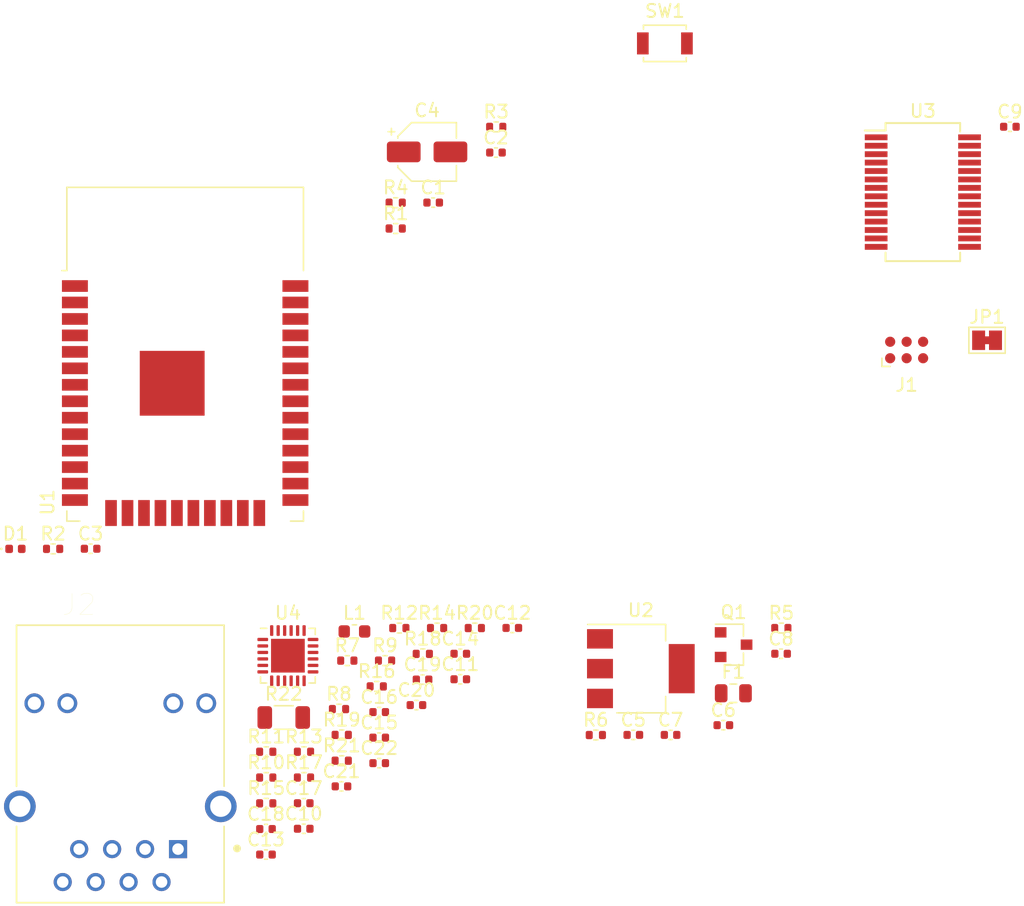
<source format=kicad_pcb>
(kicad_pcb (version 20171130) (host pcbnew "(5.1.10-1-10_14)")

  (general
    (thickness 1.6)
    (drawings 0)
    (tracks 0)
    (zones 0)
    (modules 56)
    (nets 46)
  )

  (page A4)
  (layers
    (0 F.Cu signal)
    (31 B.Cu signal)
    (32 B.Adhes user)
    (33 F.Adhes user)
    (34 B.Paste user)
    (35 F.Paste user)
    (36 B.SilkS user)
    (37 F.SilkS user)
    (38 B.Mask user)
    (39 F.Mask user)
    (40 Dwgs.User user)
    (41 Cmts.User user)
    (42 Eco1.User user)
    (43 Eco2.User user)
    (44 Edge.Cuts user)
    (45 Margin user)
    (46 B.CrtYd user hide)
    (47 F.CrtYd user hide)
    (48 B.Fab user hide)
    (49 F.Fab user hide)
  )

  (setup
    (last_trace_width 0.25)
    (trace_clearance 0.2)
    (zone_clearance 0.508)
    (zone_45_only no)
    (trace_min 0.2)
    (via_size 0.8)
    (via_drill 0.4)
    (via_min_size 0.4)
    (via_min_drill 0.3)
    (uvia_size 0.3)
    (uvia_drill 0.1)
    (uvias_allowed no)
    (uvia_min_size 0.2)
    (uvia_min_drill 0.1)
    (edge_width 0.05)
    (segment_width 0.2)
    (pcb_text_width 0.3)
    (pcb_text_size 1.5 1.5)
    (mod_edge_width 0.12)
    (mod_text_size 1 1)
    (mod_text_width 0.15)
    (pad_size 1.524 1.524)
    (pad_drill 0.762)
    (pad_to_mask_clearance 0)
    (aux_axis_origin 0 0)
    (visible_elements FFFFFF7F)
    (pcbplotparams
      (layerselection 0x010fc_ffffffff)
      (usegerberextensions false)
      (usegerberattributes true)
      (usegerberadvancedattributes true)
      (creategerberjobfile true)
      (excludeedgelayer true)
      (linewidth 0.100000)
      (plotframeref false)
      (viasonmask false)
      (mode 1)
      (useauxorigin false)
      (hpglpennumber 1)
      (hpglpenspeed 20)
      (hpglpendiameter 15.000000)
      (psnegative false)
      (psa4output false)
      (plotreference true)
      (plotvalue true)
      (plotinvisibletext false)
      (padsonsilk false)
      (subtractmaskfromsilk false)
      (outputformat 1)
      (mirror false)
      (drillshape 1)
      (scaleselection 1)
      (outputdirectory ""))
  )

  (net 0 "")
  (net 1 GND)
  (net 2 PROGRAMMING_RESET)
  (net 3 +3V3)
  (net 4 "Net-(C5-Pad1)")
  (net 5 "Net-(C12-Pad1)")
  (net 6 VAA)
  (net 7 HR_RD_-)
  (net 8 GND1)
  (net 9 HR_RD_+)
  (net 10 HR_TD_-)
  (net 11 HR_TD_+)
  (net 12 "Net-(C22-Pad1)")
  (net 13 "Net-(D1-Pad2)")
  (net 14 "Net-(F1-Pad1)")
  (net 15 "Net-(J1-Pad1)")
  (net 16 PROGRAMMING_RX)
  (net 17 PROGRAMMING_GPIO0)
  (net 18 PROGRAMMING_TX)
  (net 19 "Net-(J2-Pad9)")
  (net 20 HR_GREEN)
  (net 21 "Net-(J2-Pad12)")
  (net 22 HR_YELLOW)
  (net 23 "Net-(Q1-Pad1)")
  (net 24 ACT_LED)
  (net 25 /ESP32/I2C_SCL)
  (net 26 /ESP32/I2C_SDA)
  (net 27 "Net-(R7-Pad1)")
  (net 28 /ESP32/LAN_MODE0)
  (net 29 /ESP32/LAN_MODE1)
  (net 30 "Net-(R8-Pad1)")
  (net 31 "Net-(R9-Pad1)")
  (net 32 /ESP32/LAN_MODE2)
  (net 33 "Net-(R10-Pad1)")
  (net 34 /ESP32/LAN_MDIO)
  (net 35 "Net-(R12-Pad1)")
  (net 36 /LAN/CLKIN)
  (net 37 "Net-(R13-Pad1)")
  (net 38 "Net-(R14-Pad1)")
  (net 39 /MCP/INTB)
  (net 40 /ESP32/LAN_RESET)
  (net 41 /MCP/INTA)
  (net 42 /ESP32/LAN_TXED0)
  (net 43 /ESP32/LAN_TXEN)
  (net 44 /ESP32/LAN_TXED1)
  (net 45 /ESP32/LAN_MDC)

  (net_class Default "This is the default net class."
    (clearance 0.2)
    (trace_width 0.25)
    (via_dia 0.8)
    (via_drill 0.4)
    (uvia_dia 0.3)
    (uvia_drill 0.1)
    (add_net +3V3)
    (add_net /ESP32/I2C_SCL)
    (add_net /ESP32/I2C_SDA)
    (add_net /ESP32/LAN_MDC)
    (add_net /ESP32/LAN_MDIO)
    (add_net /ESP32/LAN_MODE0)
    (add_net /ESP32/LAN_MODE1)
    (add_net /ESP32/LAN_MODE2)
    (add_net /ESP32/LAN_RESET)
    (add_net /ESP32/LAN_TXED0)
    (add_net /ESP32/LAN_TXED1)
    (add_net /ESP32/LAN_TXEN)
    (add_net /LAN/CLKIN)
    (add_net /MCP/INTA)
    (add_net /MCP/INTB)
    (add_net ACT_LED)
    (add_net GND)
    (add_net GND1)
    (add_net HR_GREEN)
    (add_net HR_RD_+)
    (add_net HR_RD_-)
    (add_net HR_TD_+)
    (add_net HR_TD_-)
    (add_net HR_YELLOW)
    (add_net "Net-(C12-Pad1)")
    (add_net "Net-(C22-Pad1)")
    (add_net "Net-(C5-Pad1)")
    (add_net "Net-(D1-Pad2)")
    (add_net "Net-(F1-Pad1)")
    (add_net "Net-(J1-Pad1)")
    (add_net "Net-(J2-Pad12)")
    (add_net "Net-(J2-Pad9)")
    (add_net "Net-(Q1-Pad1)")
    (add_net "Net-(R10-Pad1)")
    (add_net "Net-(R12-Pad1)")
    (add_net "Net-(R13-Pad1)")
    (add_net "Net-(R14-Pad1)")
    (add_net "Net-(R7-Pad1)")
    (add_net "Net-(R8-Pad1)")
    (add_net "Net-(R9-Pad1)")
    (add_net PROGRAMMING_GPIO0)
    (add_net PROGRAMMING_RESET)
    (add_net PROGRAMMING_RX)
    (add_net PROGRAMMING_TX)
    (add_net VAA)
  )

  (module Capacitor_SMD:C_0402_1005Metric (layer F.Cu) (tedit 5F68FEEE) (tstamp 6213DD92)
    (at 156.585001 83.551001)
    (descr "Capacitor SMD 0402 (1005 Metric), square (rectangular) end terminal, IPC_7351 nominal, (Body size source: IPC-SM-782 page 76, https://www.pcb-3d.com/wordpress/wp-content/uploads/ipc-sm-782a_amendment_1_and_2.pdf), generated with kicad-footprint-generator")
    (tags capacitor)
    (path /6212150F/62129757)
    (attr smd)
    (fp_text reference C1 (at 0 -1.16) (layer F.SilkS)
      (effects (font (size 1 1) (thickness 0.15)))
    )
    (fp_text value 100nF/6.3V (at 0 1.16) (layer F.Fab)
      (effects (font (size 1 1) (thickness 0.15)))
    )
    (fp_text user %R (at 0 0) (layer F.Fab)
      (effects (font (size 0.25 0.25) (thickness 0.04)))
    )
    (fp_line (start -0.5 0.25) (end -0.5 -0.25) (layer F.Fab) (width 0.1))
    (fp_line (start -0.5 -0.25) (end 0.5 -0.25) (layer F.Fab) (width 0.1))
    (fp_line (start 0.5 -0.25) (end 0.5 0.25) (layer F.Fab) (width 0.1))
    (fp_line (start 0.5 0.25) (end -0.5 0.25) (layer F.Fab) (width 0.1))
    (fp_line (start -0.107836 -0.36) (end 0.107836 -0.36) (layer F.SilkS) (width 0.12))
    (fp_line (start -0.107836 0.36) (end 0.107836 0.36) (layer F.SilkS) (width 0.12))
    (fp_line (start -0.91 0.46) (end -0.91 -0.46) (layer F.CrtYd) (width 0.05))
    (fp_line (start -0.91 -0.46) (end 0.91 -0.46) (layer F.CrtYd) (width 0.05))
    (fp_line (start 0.91 -0.46) (end 0.91 0.46) (layer F.CrtYd) (width 0.05))
    (fp_line (start 0.91 0.46) (end -0.91 0.46) (layer F.CrtYd) (width 0.05))
    (pad 2 smd roundrect (at 0.48 0) (size 0.56 0.62) (layers F.Cu F.Paste F.Mask) (roundrect_rratio 0.25)
      (net 1 GND))
    (pad 1 smd roundrect (at -0.48 0) (size 0.56 0.62) (layers F.Cu F.Paste F.Mask) (roundrect_rratio 0.25)
      (net 2 PROGRAMMING_RESET))
    (model ${KISYS3DMOD}/Capacitor_SMD.3dshapes/C_0402_1005Metric.wrl
      (at (xyz 0 0 0))
      (scale (xyz 1 1 1))
      (rotate (xyz 0 0 0))
    )
  )

  (module Capacitor_SMD:C_0402_1005Metric (layer F.Cu) (tedit 5F68FEEE) (tstamp 6213DDA3)
    (at 161.425001 79.691001)
    (descr "Capacitor SMD 0402 (1005 Metric), square (rectangular) end terminal, IPC_7351 nominal, (Body size source: IPC-SM-782 page 76, https://www.pcb-3d.com/wordpress/wp-content/uploads/ipc-sm-782a_amendment_1_and_2.pdf), generated with kicad-footprint-generator")
    (tags capacitor)
    (path /6212150F/621231ED)
    (attr smd)
    (fp_text reference C2 (at 0 -1.16) (layer F.SilkS)
      (effects (font (size 1 1) (thickness 0.15)))
    )
    (fp_text value 100nF/6.3V (at 0 1.16) (layer F.Fab)
      (effects (font (size 1 1) (thickness 0.15)))
    )
    (fp_text user %R (at 0 0) (layer F.Fab)
      (effects (font (size 0.25 0.25) (thickness 0.04)))
    )
    (fp_line (start -0.5 0.25) (end -0.5 -0.25) (layer F.Fab) (width 0.1))
    (fp_line (start -0.5 -0.25) (end 0.5 -0.25) (layer F.Fab) (width 0.1))
    (fp_line (start 0.5 -0.25) (end 0.5 0.25) (layer F.Fab) (width 0.1))
    (fp_line (start 0.5 0.25) (end -0.5 0.25) (layer F.Fab) (width 0.1))
    (fp_line (start -0.107836 -0.36) (end 0.107836 -0.36) (layer F.SilkS) (width 0.12))
    (fp_line (start -0.107836 0.36) (end 0.107836 0.36) (layer F.SilkS) (width 0.12))
    (fp_line (start -0.91 0.46) (end -0.91 -0.46) (layer F.CrtYd) (width 0.05))
    (fp_line (start -0.91 -0.46) (end 0.91 -0.46) (layer F.CrtYd) (width 0.05))
    (fp_line (start 0.91 -0.46) (end 0.91 0.46) (layer F.CrtYd) (width 0.05))
    (fp_line (start 0.91 0.46) (end -0.91 0.46) (layer F.CrtYd) (width 0.05))
    (pad 2 smd roundrect (at 0.48 0) (size 0.56 0.62) (layers F.Cu F.Paste F.Mask) (roundrect_rratio 0.25)
      (net 1 GND))
    (pad 1 smd roundrect (at -0.48 0) (size 0.56 0.62) (layers F.Cu F.Paste F.Mask) (roundrect_rratio 0.25)
      (net 3 +3V3))
    (model ${KISYS3DMOD}/Capacitor_SMD.3dshapes/C_0402_1005Metric.wrl
      (at (xyz 0 0 0))
      (scale (xyz 1 1 1))
      (rotate (xyz 0 0 0))
    )
  )

  (module Capacitor_SMD:C_0402_1005Metric (layer F.Cu) (tedit 5F68FEEE) (tstamp 6213DDB4)
    (at 130.175001 110.251001)
    (descr "Capacitor SMD 0402 (1005 Metric), square (rectangular) end terminal, IPC_7351 nominal, (Body size source: IPC-SM-782 page 76, https://www.pcb-3d.com/wordpress/wp-content/uploads/ipc-sm-782a_amendment_1_and_2.pdf), generated with kicad-footprint-generator")
    (tags capacitor)
    (path /6212150F/621238E7)
    (attr smd)
    (fp_text reference C3 (at 0 -1.16) (layer F.SilkS)
      (effects (font (size 1 1) (thickness 0.15)))
    )
    (fp_text value 22uF/6.3V (at 0 1.16) (layer F.Fab)
      (effects (font (size 1 1) (thickness 0.15)))
    )
    (fp_line (start 0.91 0.46) (end -0.91 0.46) (layer F.CrtYd) (width 0.05))
    (fp_line (start 0.91 -0.46) (end 0.91 0.46) (layer F.CrtYd) (width 0.05))
    (fp_line (start -0.91 -0.46) (end 0.91 -0.46) (layer F.CrtYd) (width 0.05))
    (fp_line (start -0.91 0.46) (end -0.91 -0.46) (layer F.CrtYd) (width 0.05))
    (fp_line (start -0.107836 0.36) (end 0.107836 0.36) (layer F.SilkS) (width 0.12))
    (fp_line (start -0.107836 -0.36) (end 0.107836 -0.36) (layer F.SilkS) (width 0.12))
    (fp_line (start 0.5 0.25) (end -0.5 0.25) (layer F.Fab) (width 0.1))
    (fp_line (start 0.5 -0.25) (end 0.5 0.25) (layer F.Fab) (width 0.1))
    (fp_line (start -0.5 -0.25) (end 0.5 -0.25) (layer F.Fab) (width 0.1))
    (fp_line (start -0.5 0.25) (end -0.5 -0.25) (layer F.Fab) (width 0.1))
    (fp_text user %R (at 0 0) (layer F.Fab)
      (effects (font (size 0.25 0.25) (thickness 0.04)))
    )
    (pad 1 smd roundrect (at -0.48 0) (size 0.56 0.62) (layers F.Cu F.Paste F.Mask) (roundrect_rratio 0.25)
      (net 3 +3V3))
    (pad 2 smd roundrect (at 0.48 0) (size 0.56 0.62) (layers F.Cu F.Paste F.Mask) (roundrect_rratio 0.25)
      (net 1 GND))
    (model ${KISYS3DMOD}/Capacitor_SMD.3dshapes/C_0402_1005Metric.wrl
      (at (xyz 0 0 0))
      (scale (xyz 1 1 1))
      (rotate (xyz 0 0 0))
    )
  )

  (module Capacitor_SMD:CP_Elec_4x5.4 (layer F.Cu) (tedit 5BCA39CF) (tstamp 6213DDDC)
    (at 156.115001 79.641001)
    (descr "SMD capacitor, aluminum electrolytic, Panasonic A5 / Nichicon, 4.0x5.4mm")
    (tags "capacitor electrolytic")
    (path /6212150F/621249CB)
    (attr smd)
    (fp_text reference C4 (at 0 -3.2) (layer F.SilkS)
      (effects (font (size 1 1) (thickness 0.15)))
    )
    (fp_text value 100uF/16V (at 0 3.2) (layer F.Fab)
      (effects (font (size 1 1) (thickness 0.15)))
    )
    (fp_line (start -3.35 1.05) (end -2.4 1.05) (layer F.CrtYd) (width 0.05))
    (fp_line (start -3.35 -1.05) (end -3.35 1.05) (layer F.CrtYd) (width 0.05))
    (fp_line (start -2.4 -1.05) (end -3.35 -1.05) (layer F.CrtYd) (width 0.05))
    (fp_line (start -2.4 1.05) (end -2.4 1.25) (layer F.CrtYd) (width 0.05))
    (fp_line (start -2.4 -1.25) (end -2.4 -1.05) (layer F.CrtYd) (width 0.05))
    (fp_line (start -2.4 -1.25) (end -1.25 -2.4) (layer F.CrtYd) (width 0.05))
    (fp_line (start -2.4 1.25) (end -1.25 2.4) (layer F.CrtYd) (width 0.05))
    (fp_line (start -1.25 -2.4) (end 2.4 -2.4) (layer F.CrtYd) (width 0.05))
    (fp_line (start -1.25 2.4) (end 2.4 2.4) (layer F.CrtYd) (width 0.05))
    (fp_line (start 2.4 1.05) (end 2.4 2.4) (layer F.CrtYd) (width 0.05))
    (fp_line (start 3.35 1.05) (end 2.4 1.05) (layer F.CrtYd) (width 0.05))
    (fp_line (start 3.35 -1.05) (end 3.35 1.05) (layer F.CrtYd) (width 0.05))
    (fp_line (start 2.4 -1.05) (end 3.35 -1.05) (layer F.CrtYd) (width 0.05))
    (fp_line (start 2.4 -2.4) (end 2.4 -1.05) (layer F.CrtYd) (width 0.05))
    (fp_line (start -2.75 -1.81) (end -2.75 -1.31) (layer F.SilkS) (width 0.12))
    (fp_line (start -3 -1.56) (end -2.5 -1.56) (layer F.SilkS) (width 0.12))
    (fp_line (start -2.26 1.195563) (end -1.195563 2.26) (layer F.SilkS) (width 0.12))
    (fp_line (start -2.26 -1.195563) (end -1.195563 -2.26) (layer F.SilkS) (width 0.12))
    (fp_line (start -2.26 -1.195563) (end -2.26 -1.06) (layer F.SilkS) (width 0.12))
    (fp_line (start -2.26 1.195563) (end -2.26 1.06) (layer F.SilkS) (width 0.12))
    (fp_line (start -1.195563 2.26) (end 2.26 2.26) (layer F.SilkS) (width 0.12))
    (fp_line (start -1.195563 -2.26) (end 2.26 -2.26) (layer F.SilkS) (width 0.12))
    (fp_line (start 2.26 -2.26) (end 2.26 -1.06) (layer F.SilkS) (width 0.12))
    (fp_line (start 2.26 2.26) (end 2.26 1.06) (layer F.SilkS) (width 0.12))
    (fp_line (start -1.374773 -1.2) (end -1.374773 -0.8) (layer F.Fab) (width 0.1))
    (fp_line (start -1.574773 -1) (end -1.174773 -1) (layer F.Fab) (width 0.1))
    (fp_line (start -2.15 1.15) (end -1.15 2.15) (layer F.Fab) (width 0.1))
    (fp_line (start -2.15 -1.15) (end -1.15 -2.15) (layer F.Fab) (width 0.1))
    (fp_line (start -2.15 -1.15) (end -2.15 1.15) (layer F.Fab) (width 0.1))
    (fp_line (start -1.15 2.15) (end 2.15 2.15) (layer F.Fab) (width 0.1))
    (fp_line (start -1.15 -2.15) (end 2.15 -2.15) (layer F.Fab) (width 0.1))
    (fp_line (start 2.15 -2.15) (end 2.15 2.15) (layer F.Fab) (width 0.1))
    (fp_circle (center 0 0) (end 2 0) (layer F.Fab) (width 0.1))
    (fp_text user %R (at 0 0) (layer F.Fab)
      (effects (font (size 0.8 0.8) (thickness 0.12)))
    )
    (pad 1 smd roundrect (at -1.8 0) (size 2.6 1.6) (layers F.Cu F.Paste F.Mask) (roundrect_rratio 0.15625)
      (net 3 +3V3))
    (pad 2 smd roundrect (at 1.8 0) (size 2.6 1.6) (layers F.Cu F.Paste F.Mask) (roundrect_rratio 0.15625)
      (net 1 GND))
    (model ${KISYS3DMOD}/Capacitor_SMD.3dshapes/CP_Elec_4x5.4.wrl
      (at (xyz 0 0 0))
      (scale (xyz 1 1 1))
      (rotate (xyz 0 0 0))
    )
  )

  (module Capacitor_SMD:C_0402_1005Metric (layer F.Cu) (tedit 5F68FEEE) (tstamp 6213DDED)
    (at 172.015001 124.611001)
    (descr "Capacitor SMD 0402 (1005 Metric), square (rectangular) end terminal, IPC_7351 nominal, (Body size source: IPC-SM-782 page 76, https://www.pcb-3d.com/wordpress/wp-content/uploads/ipc-sm-782a_amendment_1_and_2.pdf), generated with kicad-footprint-generator")
    (tags capacitor)
    (path /6213DFD4/6213FE5D)
    (attr smd)
    (fp_text reference C5 (at 0 -1.16) (layer F.SilkS)
      (effects (font (size 1 1) (thickness 0.15)))
    )
    (fp_text value 10uF (at 0 1.16) (layer F.Fab)
      (effects (font (size 1 1) (thickness 0.15)))
    )
    (fp_text user %R (at 0 0) (layer F.Fab)
      (effects (font (size 0.25 0.25) (thickness 0.04)))
    )
    (fp_line (start -0.5 0.25) (end -0.5 -0.25) (layer F.Fab) (width 0.1))
    (fp_line (start -0.5 -0.25) (end 0.5 -0.25) (layer F.Fab) (width 0.1))
    (fp_line (start 0.5 -0.25) (end 0.5 0.25) (layer F.Fab) (width 0.1))
    (fp_line (start 0.5 0.25) (end -0.5 0.25) (layer F.Fab) (width 0.1))
    (fp_line (start -0.107836 -0.36) (end 0.107836 -0.36) (layer F.SilkS) (width 0.12))
    (fp_line (start -0.107836 0.36) (end 0.107836 0.36) (layer F.SilkS) (width 0.12))
    (fp_line (start -0.91 0.46) (end -0.91 -0.46) (layer F.CrtYd) (width 0.05))
    (fp_line (start -0.91 -0.46) (end 0.91 -0.46) (layer F.CrtYd) (width 0.05))
    (fp_line (start 0.91 -0.46) (end 0.91 0.46) (layer F.CrtYd) (width 0.05))
    (fp_line (start 0.91 0.46) (end -0.91 0.46) (layer F.CrtYd) (width 0.05))
    (pad 2 smd roundrect (at 0.48 0) (size 0.56 0.62) (layers F.Cu F.Paste F.Mask) (roundrect_rratio 0.25)
      (net 1 GND))
    (pad 1 smd roundrect (at -0.48 0) (size 0.56 0.62) (layers F.Cu F.Paste F.Mask) (roundrect_rratio 0.25)
      (net 4 "Net-(C5-Pad1)"))
    (model ${KISYS3DMOD}/Capacitor_SMD.3dshapes/C_0402_1005Metric.wrl
      (at (xyz 0 0 0))
      (scale (xyz 1 1 1))
      (rotate (xyz 0 0 0))
    )
  )

  (module Capacitor_SMD:C_0402_1005Metric (layer F.Cu) (tedit 5F68FEEE) (tstamp 6213DDFE)
    (at 178.955001 123.861001)
    (descr "Capacitor SMD 0402 (1005 Metric), square (rectangular) end terminal, IPC_7351 nominal, (Body size source: IPC-SM-782 page 76, https://www.pcb-3d.com/wordpress/wp-content/uploads/ipc-sm-782a_amendment_1_and_2.pdf), generated with kicad-footprint-generator")
    (tags capacitor)
    (path /6213DFD4/6213FDEB)
    (attr smd)
    (fp_text reference C6 (at 0 -1.16) (layer F.SilkS)
      (effects (font (size 1 1) (thickness 0.15)))
    )
    (fp_text value 100nF (at 0 1.16) (layer F.Fab)
      (effects (font (size 1 1) (thickness 0.15)))
    )
    (fp_line (start 0.91 0.46) (end -0.91 0.46) (layer F.CrtYd) (width 0.05))
    (fp_line (start 0.91 -0.46) (end 0.91 0.46) (layer F.CrtYd) (width 0.05))
    (fp_line (start -0.91 -0.46) (end 0.91 -0.46) (layer F.CrtYd) (width 0.05))
    (fp_line (start -0.91 0.46) (end -0.91 -0.46) (layer F.CrtYd) (width 0.05))
    (fp_line (start -0.107836 0.36) (end 0.107836 0.36) (layer F.SilkS) (width 0.12))
    (fp_line (start -0.107836 -0.36) (end 0.107836 -0.36) (layer F.SilkS) (width 0.12))
    (fp_line (start 0.5 0.25) (end -0.5 0.25) (layer F.Fab) (width 0.1))
    (fp_line (start 0.5 -0.25) (end 0.5 0.25) (layer F.Fab) (width 0.1))
    (fp_line (start -0.5 -0.25) (end 0.5 -0.25) (layer F.Fab) (width 0.1))
    (fp_line (start -0.5 0.25) (end -0.5 -0.25) (layer F.Fab) (width 0.1))
    (fp_text user %R (at 0 0) (layer F.Fab)
      (effects (font (size 0.25 0.25) (thickness 0.04)))
    )
    (pad 1 smd roundrect (at -0.48 0) (size 0.56 0.62) (layers F.Cu F.Paste F.Mask) (roundrect_rratio 0.25)
      (net 4 "Net-(C5-Pad1)"))
    (pad 2 smd roundrect (at 0.48 0) (size 0.56 0.62) (layers F.Cu F.Paste F.Mask) (roundrect_rratio 0.25)
      (net 1 GND))
    (model ${KISYS3DMOD}/Capacitor_SMD.3dshapes/C_0402_1005Metric.wrl
      (at (xyz 0 0 0))
      (scale (xyz 1 1 1))
      (rotate (xyz 0 0 0))
    )
  )

  (module Capacitor_SMD:C_0402_1005Metric (layer F.Cu) (tedit 5F68FEEE) (tstamp 6213DE0F)
    (at 174.885001 124.611001)
    (descr "Capacitor SMD 0402 (1005 Metric), square (rectangular) end terminal, IPC_7351 nominal, (Body size source: IPC-SM-782 page 76, https://www.pcb-3d.com/wordpress/wp-content/uploads/ipc-sm-782a_amendment_1_and_2.pdf), generated with kicad-footprint-generator")
    (tags capacitor)
    (path /6213DFD4/62140191)
    (attr smd)
    (fp_text reference C7 (at 0 -1.16) (layer F.SilkS)
      (effects (font (size 1 1) (thickness 0.15)))
    )
    (fp_text value 100nF (at 0 1.16) (layer F.Fab)
      (effects (font (size 1 1) (thickness 0.15)))
    )
    (fp_line (start 0.91 0.46) (end -0.91 0.46) (layer F.CrtYd) (width 0.05))
    (fp_line (start 0.91 -0.46) (end 0.91 0.46) (layer F.CrtYd) (width 0.05))
    (fp_line (start -0.91 -0.46) (end 0.91 -0.46) (layer F.CrtYd) (width 0.05))
    (fp_line (start -0.91 0.46) (end -0.91 -0.46) (layer F.CrtYd) (width 0.05))
    (fp_line (start -0.107836 0.36) (end 0.107836 0.36) (layer F.SilkS) (width 0.12))
    (fp_line (start -0.107836 -0.36) (end 0.107836 -0.36) (layer F.SilkS) (width 0.12))
    (fp_line (start 0.5 0.25) (end -0.5 0.25) (layer F.Fab) (width 0.1))
    (fp_line (start 0.5 -0.25) (end 0.5 0.25) (layer F.Fab) (width 0.1))
    (fp_line (start -0.5 -0.25) (end 0.5 -0.25) (layer F.Fab) (width 0.1))
    (fp_line (start -0.5 0.25) (end -0.5 -0.25) (layer F.Fab) (width 0.1))
    (fp_text user %R (at 0 0) (layer F.Fab)
      (effects (font (size 0.25 0.25) (thickness 0.04)))
    )
    (pad 1 smd roundrect (at -0.48 0) (size 0.56 0.62) (layers F.Cu F.Paste F.Mask) (roundrect_rratio 0.25)
      (net 3 +3V3))
    (pad 2 smd roundrect (at 0.48 0) (size 0.56 0.62) (layers F.Cu F.Paste F.Mask) (roundrect_rratio 0.25)
      (net 1 GND))
    (model ${KISYS3DMOD}/Capacitor_SMD.3dshapes/C_0402_1005Metric.wrl
      (at (xyz 0 0 0))
      (scale (xyz 1 1 1))
      (rotate (xyz 0 0 0))
    )
  )

  (module Capacitor_SMD:C_0402_1005Metric (layer F.Cu) (tedit 5F68FEEE) (tstamp 6213DE20)
    (at 183.405001 118.351001)
    (descr "Capacitor SMD 0402 (1005 Metric), square (rectangular) end terminal, IPC_7351 nominal, (Body size source: IPC-SM-782 page 76, https://www.pcb-3d.com/wordpress/wp-content/uploads/ipc-sm-782a_amendment_1_and_2.pdf), generated with kicad-footprint-generator")
    (tags capacitor)
    (path /6213DFD4/621406EF)
    (attr smd)
    (fp_text reference C8 (at 0 -1.16) (layer F.SilkS)
      (effects (font (size 1 1) (thickness 0.15)))
    )
    (fp_text value 10uF (at 0 1.16) (layer F.Fab)
      (effects (font (size 1 1) (thickness 0.15)))
    )
    (fp_text user %R (at 0 0) (layer F.Fab)
      (effects (font (size 0.25 0.25) (thickness 0.04)))
    )
    (fp_line (start -0.5 0.25) (end -0.5 -0.25) (layer F.Fab) (width 0.1))
    (fp_line (start -0.5 -0.25) (end 0.5 -0.25) (layer F.Fab) (width 0.1))
    (fp_line (start 0.5 -0.25) (end 0.5 0.25) (layer F.Fab) (width 0.1))
    (fp_line (start 0.5 0.25) (end -0.5 0.25) (layer F.Fab) (width 0.1))
    (fp_line (start -0.107836 -0.36) (end 0.107836 -0.36) (layer F.SilkS) (width 0.12))
    (fp_line (start -0.107836 0.36) (end 0.107836 0.36) (layer F.SilkS) (width 0.12))
    (fp_line (start -0.91 0.46) (end -0.91 -0.46) (layer F.CrtYd) (width 0.05))
    (fp_line (start -0.91 -0.46) (end 0.91 -0.46) (layer F.CrtYd) (width 0.05))
    (fp_line (start 0.91 -0.46) (end 0.91 0.46) (layer F.CrtYd) (width 0.05))
    (fp_line (start 0.91 0.46) (end -0.91 0.46) (layer F.CrtYd) (width 0.05))
    (pad 2 smd roundrect (at 0.48 0) (size 0.56 0.62) (layers F.Cu F.Paste F.Mask) (roundrect_rratio 0.25)
      (net 1 GND))
    (pad 1 smd roundrect (at -0.48 0) (size 0.56 0.62) (layers F.Cu F.Paste F.Mask) (roundrect_rratio 0.25)
      (net 3 +3V3))
    (model ${KISYS3DMOD}/Capacitor_SMD.3dshapes/C_0402_1005Metric.wrl
      (at (xyz 0 0 0))
      (scale (xyz 1 1 1))
      (rotate (xyz 0 0 0))
    )
  )

  (module Capacitor_SMD:C_0402_1005Metric (layer F.Cu) (tedit 5F68FEEE) (tstamp 6213DE31)
    (at 201.045001 77.701001)
    (descr "Capacitor SMD 0402 (1005 Metric), square (rectangular) end terminal, IPC_7351 nominal, (Body size source: IPC-SM-782 page 76, https://www.pcb-3d.com/wordpress/wp-content/uploads/ipc-sm-782a_amendment_1_and_2.pdf), generated with kicad-footprint-generator")
    (tags capacitor)
    (path /6215A73B/6215C507)
    (attr smd)
    (fp_text reference C9 (at 0 -1.16) (layer F.SilkS)
      (effects (font (size 1 1) (thickness 0.15)))
    )
    (fp_text value 100nF/6.3V (at 0 1.16) (layer F.Fab)
      (effects (font (size 1 1) (thickness 0.15)))
    )
    (fp_line (start 0.91 0.46) (end -0.91 0.46) (layer F.CrtYd) (width 0.05))
    (fp_line (start 0.91 -0.46) (end 0.91 0.46) (layer F.CrtYd) (width 0.05))
    (fp_line (start -0.91 -0.46) (end 0.91 -0.46) (layer F.CrtYd) (width 0.05))
    (fp_line (start -0.91 0.46) (end -0.91 -0.46) (layer F.CrtYd) (width 0.05))
    (fp_line (start -0.107836 0.36) (end 0.107836 0.36) (layer F.SilkS) (width 0.12))
    (fp_line (start -0.107836 -0.36) (end 0.107836 -0.36) (layer F.SilkS) (width 0.12))
    (fp_line (start 0.5 0.25) (end -0.5 0.25) (layer F.Fab) (width 0.1))
    (fp_line (start 0.5 -0.25) (end 0.5 0.25) (layer F.Fab) (width 0.1))
    (fp_line (start -0.5 -0.25) (end 0.5 -0.25) (layer F.Fab) (width 0.1))
    (fp_line (start -0.5 0.25) (end -0.5 -0.25) (layer F.Fab) (width 0.1))
    (fp_text user %R (at 0 0) (layer F.Fab)
      (effects (font (size 0.25 0.25) (thickness 0.04)))
    )
    (pad 1 smd roundrect (at -0.48 0) (size 0.56 0.62) (layers F.Cu F.Paste F.Mask) (roundrect_rratio 0.25)
      (net 3 +3V3))
    (pad 2 smd roundrect (at 0.48 0) (size 0.56 0.62) (layers F.Cu F.Paste F.Mask) (roundrect_rratio 0.25)
      (net 1 GND))
    (model ${KISYS3DMOD}/Capacitor_SMD.3dshapes/C_0402_1005Metric.wrl
      (at (xyz 0 0 0))
      (scale (xyz 1 1 1))
      (rotate (xyz 0 0 0))
    )
  )

  (module Capacitor_SMD:C_0402_1005Metric (layer F.Cu) (tedit 5F68FEEE) (tstamp 6213DE42)
    (at 146.605001 131.851001)
    (descr "Capacitor SMD 0402 (1005 Metric), square (rectangular) end terminal, IPC_7351 nominal, (Body size source: IPC-SM-782 page 76, https://www.pcb-3d.com/wordpress/wp-content/uploads/ipc-sm-782a_amendment_1_and_2.pdf), generated with kicad-footprint-generator")
    (tags capacitor)
    (path /62182BE5/6218401D)
    (attr smd)
    (fp_text reference C10 (at 0 -1.16) (layer F.SilkS)
      (effects (font (size 1 1) (thickness 0.15)))
    )
    (fp_text value 100nF (at 0 1.16) (layer F.Fab)
      (effects (font (size 1 1) (thickness 0.15)))
    )
    (fp_text user %R (at 0 0) (layer F.Fab)
      (effects (font (size 0.25 0.25) (thickness 0.04)))
    )
    (fp_line (start -0.5 0.25) (end -0.5 -0.25) (layer F.Fab) (width 0.1))
    (fp_line (start -0.5 -0.25) (end 0.5 -0.25) (layer F.Fab) (width 0.1))
    (fp_line (start 0.5 -0.25) (end 0.5 0.25) (layer F.Fab) (width 0.1))
    (fp_line (start 0.5 0.25) (end -0.5 0.25) (layer F.Fab) (width 0.1))
    (fp_line (start -0.107836 -0.36) (end 0.107836 -0.36) (layer F.SilkS) (width 0.12))
    (fp_line (start -0.107836 0.36) (end 0.107836 0.36) (layer F.SilkS) (width 0.12))
    (fp_line (start -0.91 0.46) (end -0.91 -0.46) (layer F.CrtYd) (width 0.05))
    (fp_line (start -0.91 -0.46) (end 0.91 -0.46) (layer F.CrtYd) (width 0.05))
    (fp_line (start 0.91 -0.46) (end 0.91 0.46) (layer F.CrtYd) (width 0.05))
    (fp_line (start 0.91 0.46) (end -0.91 0.46) (layer F.CrtYd) (width 0.05))
    (pad 2 smd roundrect (at 0.48 0) (size 0.56 0.62) (layers F.Cu F.Paste F.Mask) (roundrect_rratio 0.25)
      (net 1 GND))
    (pad 1 smd roundrect (at -0.48 0) (size 0.56 0.62) (layers F.Cu F.Paste F.Mask) (roundrect_rratio 0.25)
      (net 3 +3V3))
    (model ${KISYS3DMOD}/Capacitor_SMD.3dshapes/C_0402_1005Metric.wrl
      (at (xyz 0 0 0))
      (scale (xyz 1 1 1))
      (rotate (xyz 0 0 0))
    )
  )

  (module Capacitor_SMD:C_0402_1005Metric (layer F.Cu) (tedit 5F68FEEE) (tstamp 6213DE53)
    (at 158.675001 120.321001)
    (descr "Capacitor SMD 0402 (1005 Metric), square (rectangular) end terminal, IPC_7351 nominal, (Body size source: IPC-SM-782 page 76, https://www.pcb-3d.com/wordpress/wp-content/uploads/ipc-sm-782a_amendment_1_and_2.pdf), generated with kicad-footprint-generator")
    (tags capacitor)
    (path /62182BE5/62184AD0)
    (attr smd)
    (fp_text reference C11 (at 0 -1.16) (layer F.SilkS)
      (effects (font (size 1 1) (thickness 0.15)))
    )
    (fp_text value 100nF (at 0 1.16) (layer F.Fab)
      (effects (font (size 1 1) (thickness 0.15)))
    )
    (fp_line (start 0.91 0.46) (end -0.91 0.46) (layer F.CrtYd) (width 0.05))
    (fp_line (start 0.91 -0.46) (end 0.91 0.46) (layer F.CrtYd) (width 0.05))
    (fp_line (start -0.91 -0.46) (end 0.91 -0.46) (layer F.CrtYd) (width 0.05))
    (fp_line (start -0.91 0.46) (end -0.91 -0.46) (layer F.CrtYd) (width 0.05))
    (fp_line (start -0.107836 0.36) (end 0.107836 0.36) (layer F.SilkS) (width 0.12))
    (fp_line (start -0.107836 -0.36) (end 0.107836 -0.36) (layer F.SilkS) (width 0.12))
    (fp_line (start 0.5 0.25) (end -0.5 0.25) (layer F.Fab) (width 0.1))
    (fp_line (start 0.5 -0.25) (end 0.5 0.25) (layer F.Fab) (width 0.1))
    (fp_line (start -0.5 -0.25) (end 0.5 -0.25) (layer F.Fab) (width 0.1))
    (fp_line (start -0.5 0.25) (end -0.5 -0.25) (layer F.Fab) (width 0.1))
    (fp_text user %R (at 0 0) (layer F.Fab)
      (effects (font (size 0.25 0.25) (thickness 0.04)))
    )
    (pad 1 smd roundrect (at -0.48 0) (size 0.56 0.62) (layers F.Cu F.Paste F.Mask) (roundrect_rratio 0.25)
      (net 3 +3V3))
    (pad 2 smd roundrect (at 0.48 0) (size 0.56 0.62) (layers F.Cu F.Paste F.Mask) (roundrect_rratio 0.25)
      (net 1 GND))
    (model ${KISYS3DMOD}/Capacitor_SMD.3dshapes/C_0402_1005Metric.wrl
      (at (xyz 0 0 0))
      (scale (xyz 1 1 1))
      (rotate (xyz 0 0 0))
    )
  )

  (module Capacitor_SMD:C_0402_1005Metric (layer F.Cu) (tedit 5F68FEEE) (tstamp 6213DE64)
    (at 162.685001 116.361001)
    (descr "Capacitor SMD 0402 (1005 Metric), square (rectangular) end terminal, IPC_7351 nominal, (Body size source: IPC-SM-782 page 76, https://www.pcb-3d.com/wordpress/wp-content/uploads/ipc-sm-782a_amendment_1_and_2.pdf), generated with kicad-footprint-generator")
    (tags capacitor)
    (path /62182BE5/621858D2)
    (attr smd)
    (fp_text reference C12 (at 0 -1.16) (layer F.SilkS)
      (effects (font (size 1 1) (thickness 0.15)))
    )
    (fp_text value 470pF (at 0 1.16) (layer F.Fab)
      (effects (font (size 1 1) (thickness 0.15)))
    )
    (fp_text user %R (at 0 0) (layer F.Fab)
      (effects (font (size 0.25 0.25) (thickness 0.04)))
    )
    (fp_line (start -0.5 0.25) (end -0.5 -0.25) (layer F.Fab) (width 0.1))
    (fp_line (start -0.5 -0.25) (end 0.5 -0.25) (layer F.Fab) (width 0.1))
    (fp_line (start 0.5 -0.25) (end 0.5 0.25) (layer F.Fab) (width 0.1))
    (fp_line (start 0.5 0.25) (end -0.5 0.25) (layer F.Fab) (width 0.1))
    (fp_line (start -0.107836 -0.36) (end 0.107836 -0.36) (layer F.SilkS) (width 0.12))
    (fp_line (start -0.107836 0.36) (end 0.107836 0.36) (layer F.SilkS) (width 0.12))
    (fp_line (start -0.91 0.46) (end -0.91 -0.46) (layer F.CrtYd) (width 0.05))
    (fp_line (start -0.91 -0.46) (end 0.91 -0.46) (layer F.CrtYd) (width 0.05))
    (fp_line (start 0.91 -0.46) (end 0.91 0.46) (layer F.CrtYd) (width 0.05))
    (fp_line (start 0.91 0.46) (end -0.91 0.46) (layer F.CrtYd) (width 0.05))
    (pad 2 smd roundrect (at 0.48 0) (size 0.56 0.62) (layers F.Cu F.Paste F.Mask) (roundrect_rratio 0.25)
      (net 1 GND))
    (pad 1 smd roundrect (at -0.48 0) (size 0.56 0.62) (layers F.Cu F.Paste F.Mask) (roundrect_rratio 0.25)
      (net 5 "Net-(C12-Pad1)"))
    (model ${KISYS3DMOD}/Capacitor_SMD.3dshapes/C_0402_1005Metric.wrl
      (at (xyz 0 0 0))
      (scale (xyz 1 1 1))
      (rotate (xyz 0 0 0))
    )
  )

  (module Capacitor_SMD:C_0402_1005Metric (layer F.Cu) (tedit 5F68FEEE) (tstamp 6213DE75)
    (at 143.695001 133.841001)
    (descr "Capacitor SMD 0402 (1005 Metric), square (rectangular) end terminal, IPC_7351 nominal, (Body size source: IPC-SM-782 page 76, https://www.pcb-3d.com/wordpress/wp-content/uploads/ipc-sm-782a_amendment_1_and_2.pdf), generated with kicad-footprint-generator")
    (tags capacitor)
    (path /62182BE5/62185B48)
    (attr smd)
    (fp_text reference C13 (at 0 -1.16) (layer F.SilkS)
      (effects (font (size 1 1) (thickness 0.15)))
    )
    (fp_text value 1uF (at 0 1.16) (layer F.Fab)
      (effects (font (size 1 1) (thickness 0.15)))
    )
    (fp_line (start 0.91 0.46) (end -0.91 0.46) (layer F.CrtYd) (width 0.05))
    (fp_line (start 0.91 -0.46) (end 0.91 0.46) (layer F.CrtYd) (width 0.05))
    (fp_line (start -0.91 -0.46) (end 0.91 -0.46) (layer F.CrtYd) (width 0.05))
    (fp_line (start -0.91 0.46) (end -0.91 -0.46) (layer F.CrtYd) (width 0.05))
    (fp_line (start -0.107836 0.36) (end 0.107836 0.36) (layer F.SilkS) (width 0.12))
    (fp_line (start -0.107836 -0.36) (end 0.107836 -0.36) (layer F.SilkS) (width 0.12))
    (fp_line (start 0.5 0.25) (end -0.5 0.25) (layer F.Fab) (width 0.1))
    (fp_line (start 0.5 -0.25) (end 0.5 0.25) (layer F.Fab) (width 0.1))
    (fp_line (start -0.5 -0.25) (end 0.5 -0.25) (layer F.Fab) (width 0.1))
    (fp_line (start -0.5 0.25) (end -0.5 -0.25) (layer F.Fab) (width 0.1))
    (fp_text user %R (at 0 0) (layer F.Fab)
      (effects (font (size 0.25 0.25) (thickness 0.04)))
    )
    (pad 1 smd roundrect (at -0.48 0) (size 0.56 0.62) (layers F.Cu F.Paste F.Mask) (roundrect_rratio 0.25)
      (net 5 "Net-(C12-Pad1)"))
    (pad 2 smd roundrect (at 0.48 0) (size 0.56 0.62) (layers F.Cu F.Paste F.Mask) (roundrect_rratio 0.25)
      (net 1 GND))
    (model ${KISYS3DMOD}/Capacitor_SMD.3dshapes/C_0402_1005Metric.wrl
      (at (xyz 0 0 0))
      (scale (xyz 1 1 1))
      (rotate (xyz 0 0 0))
    )
  )

  (module Capacitor_SMD:C_0402_1005Metric (layer F.Cu) (tedit 5F68FEEE) (tstamp 6213DE86)
    (at 158.675001 118.351001)
    (descr "Capacitor SMD 0402 (1005 Metric), square (rectangular) end terminal, IPC_7351 nominal, (Body size source: IPC-SM-782 page 76, https://www.pcb-3d.com/wordpress/wp-content/uploads/ipc-sm-782a_amendment_1_and_2.pdf), generated with kicad-footprint-generator")
    (tags capacitor)
    (path /62182BE5/62185E01)
    (attr smd)
    (fp_text reference C14 (at 0 -1.16) (layer F.SilkS)
      (effects (font (size 1 1) (thickness 0.15)))
    )
    (fp_text value 4.7uF (at 0 1.16) (layer F.Fab)
      (effects (font (size 1 1) (thickness 0.15)))
    )
    (fp_text user %R (at 0 0) (layer F.Fab)
      (effects (font (size 0.25 0.25) (thickness 0.04)))
    )
    (fp_line (start -0.5 0.25) (end -0.5 -0.25) (layer F.Fab) (width 0.1))
    (fp_line (start -0.5 -0.25) (end 0.5 -0.25) (layer F.Fab) (width 0.1))
    (fp_line (start 0.5 -0.25) (end 0.5 0.25) (layer F.Fab) (width 0.1))
    (fp_line (start 0.5 0.25) (end -0.5 0.25) (layer F.Fab) (width 0.1))
    (fp_line (start -0.107836 -0.36) (end 0.107836 -0.36) (layer F.SilkS) (width 0.12))
    (fp_line (start -0.107836 0.36) (end 0.107836 0.36) (layer F.SilkS) (width 0.12))
    (fp_line (start -0.91 0.46) (end -0.91 -0.46) (layer F.CrtYd) (width 0.05))
    (fp_line (start -0.91 -0.46) (end 0.91 -0.46) (layer F.CrtYd) (width 0.05))
    (fp_line (start 0.91 -0.46) (end 0.91 0.46) (layer F.CrtYd) (width 0.05))
    (fp_line (start 0.91 0.46) (end -0.91 0.46) (layer F.CrtYd) (width 0.05))
    (pad 2 smd roundrect (at 0.48 0) (size 0.56 0.62) (layers F.Cu F.Paste F.Mask) (roundrect_rratio 0.25)
      (net 1 GND))
    (pad 1 smd roundrect (at -0.48 0) (size 0.56 0.62) (layers F.Cu F.Paste F.Mask) (roundrect_rratio 0.25)
      (net 5 "Net-(C12-Pad1)"))
    (model ${KISYS3DMOD}/Capacitor_SMD.3dshapes/C_0402_1005Metric.wrl
      (at (xyz 0 0 0))
      (scale (xyz 1 1 1))
      (rotate (xyz 0 0 0))
    )
  )

  (module Capacitor_SMD:C_0402_1005Metric (layer F.Cu) (tedit 5F68FEEE) (tstamp 6213DE97)
    (at 152.425001 124.821001)
    (descr "Capacitor SMD 0402 (1005 Metric), square (rectangular) end terminal, IPC_7351 nominal, (Body size source: IPC-SM-782 page 76, https://www.pcb-3d.com/wordpress/wp-content/uploads/ipc-sm-782a_amendment_1_and_2.pdf), generated with kicad-footprint-generator")
    (tags capacitor)
    (path /62182BE5/621938D8)
    (attr smd)
    (fp_text reference C15 (at 0 -1.16) (layer F.SilkS)
      (effects (font (size 1 1) (thickness 0.15)))
    )
    (fp_text value 100nF (at 0 1.16) (layer F.Fab)
      (effects (font (size 1 1) (thickness 0.15)))
    )
    (fp_line (start 0.91 0.46) (end -0.91 0.46) (layer F.CrtYd) (width 0.05))
    (fp_line (start 0.91 -0.46) (end 0.91 0.46) (layer F.CrtYd) (width 0.05))
    (fp_line (start -0.91 -0.46) (end 0.91 -0.46) (layer F.CrtYd) (width 0.05))
    (fp_line (start -0.91 0.46) (end -0.91 -0.46) (layer F.CrtYd) (width 0.05))
    (fp_line (start -0.107836 0.36) (end 0.107836 0.36) (layer F.SilkS) (width 0.12))
    (fp_line (start -0.107836 -0.36) (end 0.107836 -0.36) (layer F.SilkS) (width 0.12))
    (fp_line (start 0.5 0.25) (end -0.5 0.25) (layer F.Fab) (width 0.1))
    (fp_line (start 0.5 -0.25) (end 0.5 0.25) (layer F.Fab) (width 0.1))
    (fp_line (start -0.5 -0.25) (end 0.5 -0.25) (layer F.Fab) (width 0.1))
    (fp_line (start -0.5 0.25) (end -0.5 -0.25) (layer F.Fab) (width 0.1))
    (fp_text user %R (at 0 0) (layer F.Fab)
      (effects (font (size 0.25 0.25) (thickness 0.04)))
    )
    (pad 1 smd roundrect (at -0.48 0) (size 0.56 0.62) (layers F.Cu F.Paste F.Mask) (roundrect_rratio 0.25)
      (net 6 VAA))
    (pad 2 smd roundrect (at 0.48 0) (size 0.56 0.62) (layers F.Cu F.Paste F.Mask) (roundrect_rratio 0.25)
      (net 1 GND))
    (model ${KISYS3DMOD}/Capacitor_SMD.3dshapes/C_0402_1005Metric.wrl
      (at (xyz 0 0 0))
      (scale (xyz 1 1 1))
      (rotate (xyz 0 0 0))
    )
  )

  (module Capacitor_SMD:C_0402_1005Metric (layer F.Cu) (tedit 5F68FEEE) (tstamp 6213DEA8)
    (at 152.425001 122.851001)
    (descr "Capacitor SMD 0402 (1005 Metric), square (rectangular) end terminal, IPC_7351 nominal, (Body size source: IPC-SM-782 page 76, https://www.pcb-3d.com/wordpress/wp-content/uploads/ipc-sm-782a_amendment_1_and_2.pdf), generated with kicad-footprint-generator")
    (tags capacitor)
    (path /62182BE5/62193EB2)
    (attr smd)
    (fp_text reference C16 (at 0 -1.16) (layer F.SilkS)
      (effects (font (size 1 1) (thickness 0.15)))
    )
    (fp_text value 100nF (at 0 1.16) (layer F.Fab)
      (effects (font (size 1 1) (thickness 0.15)))
    )
    (fp_text user %R (at 0 0) (layer F.Fab)
      (effects (font (size 0.25 0.25) (thickness 0.04)))
    )
    (fp_line (start -0.5 0.25) (end -0.5 -0.25) (layer F.Fab) (width 0.1))
    (fp_line (start -0.5 -0.25) (end 0.5 -0.25) (layer F.Fab) (width 0.1))
    (fp_line (start 0.5 -0.25) (end 0.5 0.25) (layer F.Fab) (width 0.1))
    (fp_line (start 0.5 0.25) (end -0.5 0.25) (layer F.Fab) (width 0.1))
    (fp_line (start -0.107836 -0.36) (end 0.107836 -0.36) (layer F.SilkS) (width 0.12))
    (fp_line (start -0.107836 0.36) (end 0.107836 0.36) (layer F.SilkS) (width 0.12))
    (fp_line (start -0.91 0.46) (end -0.91 -0.46) (layer F.CrtYd) (width 0.05))
    (fp_line (start -0.91 -0.46) (end 0.91 -0.46) (layer F.CrtYd) (width 0.05))
    (fp_line (start 0.91 -0.46) (end 0.91 0.46) (layer F.CrtYd) (width 0.05))
    (fp_line (start 0.91 0.46) (end -0.91 0.46) (layer F.CrtYd) (width 0.05))
    (pad 2 smd roundrect (at 0.48 0) (size 0.56 0.62) (layers F.Cu F.Paste F.Mask) (roundrect_rratio 0.25)
      (net 1 GND))
    (pad 1 smd roundrect (at -0.48 0) (size 0.56 0.62) (layers F.Cu F.Paste F.Mask) (roundrect_rratio 0.25)
      (net 6 VAA))
    (model ${KISYS3DMOD}/Capacitor_SMD.3dshapes/C_0402_1005Metric.wrl
      (at (xyz 0 0 0))
      (scale (xyz 1 1 1))
      (rotate (xyz 0 0 0))
    )
  )

  (module Capacitor_SMD:C_0402_1005Metric (layer F.Cu) (tedit 5F68FEEE) (tstamp 6213DEB9)
    (at 146.605001 129.881001)
    (descr "Capacitor SMD 0402 (1005 Metric), square (rectangular) end terminal, IPC_7351 nominal, (Body size source: IPC-SM-782 page 76, https://www.pcb-3d.com/wordpress/wp-content/uploads/ipc-sm-782a_amendment_1_and_2.pdf), generated with kicad-footprint-generator")
    (tags capacitor)
    (path /62182BE5/6219429D)
    (attr smd)
    (fp_text reference C17 (at 0 -1.16) (layer F.SilkS)
      (effects (font (size 1 1) (thickness 0.15)))
    )
    (fp_text value 1uF (at 0 1.16) (layer F.Fab)
      (effects (font (size 1 1) (thickness 0.15)))
    )
    (fp_line (start 0.91 0.46) (end -0.91 0.46) (layer F.CrtYd) (width 0.05))
    (fp_line (start 0.91 -0.46) (end 0.91 0.46) (layer F.CrtYd) (width 0.05))
    (fp_line (start -0.91 -0.46) (end 0.91 -0.46) (layer F.CrtYd) (width 0.05))
    (fp_line (start -0.91 0.46) (end -0.91 -0.46) (layer F.CrtYd) (width 0.05))
    (fp_line (start -0.107836 0.36) (end 0.107836 0.36) (layer F.SilkS) (width 0.12))
    (fp_line (start -0.107836 -0.36) (end 0.107836 -0.36) (layer F.SilkS) (width 0.12))
    (fp_line (start 0.5 0.25) (end -0.5 0.25) (layer F.Fab) (width 0.1))
    (fp_line (start 0.5 -0.25) (end 0.5 0.25) (layer F.Fab) (width 0.1))
    (fp_line (start -0.5 -0.25) (end 0.5 -0.25) (layer F.Fab) (width 0.1))
    (fp_line (start -0.5 0.25) (end -0.5 -0.25) (layer F.Fab) (width 0.1))
    (fp_text user %R (at 0 0) (layer F.Fab)
      (effects (font (size 0.25 0.25) (thickness 0.04)))
    )
    (pad 1 smd roundrect (at -0.48 0) (size 0.56 0.62) (layers F.Cu F.Paste F.Mask) (roundrect_rratio 0.25)
      (net 6 VAA))
    (pad 2 smd roundrect (at 0.48 0) (size 0.56 0.62) (layers F.Cu F.Paste F.Mask) (roundrect_rratio 0.25)
      (net 1 GND))
    (model ${KISYS3DMOD}/Capacitor_SMD.3dshapes/C_0402_1005Metric.wrl
      (at (xyz 0 0 0))
      (scale (xyz 1 1 1))
      (rotate (xyz 0 0 0))
    )
  )

  (module Capacitor_SMD:C_0402_1005Metric (layer F.Cu) (tedit 5F68FEEE) (tstamp 6213DECA)
    (at 143.695001 131.871001)
    (descr "Capacitor SMD 0402 (1005 Metric), square (rectangular) end terminal, IPC_7351 nominal, (Body size source: IPC-SM-782 page 76, https://www.pcb-3d.com/wordpress/wp-content/uploads/ipc-sm-782a_amendment_1_and_2.pdf), generated with kicad-footprint-generator")
    (tags capacitor)
    (path /62182BE5/62196B3A)
    (attr smd)
    (fp_text reference C18 (at 0 -1.16) (layer F.SilkS)
      (effects (font (size 1 1) (thickness 0.15)))
    )
    (fp_text value 10pF/50V/5% (at 0 1.16) (layer F.Fab)
      (effects (font (size 1 1) (thickness 0.15)))
    )
    (fp_line (start 0.91 0.46) (end -0.91 0.46) (layer F.CrtYd) (width 0.05))
    (fp_line (start 0.91 -0.46) (end 0.91 0.46) (layer F.CrtYd) (width 0.05))
    (fp_line (start -0.91 -0.46) (end 0.91 -0.46) (layer F.CrtYd) (width 0.05))
    (fp_line (start -0.91 0.46) (end -0.91 -0.46) (layer F.CrtYd) (width 0.05))
    (fp_line (start -0.107836 0.36) (end 0.107836 0.36) (layer F.SilkS) (width 0.12))
    (fp_line (start -0.107836 -0.36) (end 0.107836 -0.36) (layer F.SilkS) (width 0.12))
    (fp_line (start 0.5 0.25) (end -0.5 0.25) (layer F.Fab) (width 0.1))
    (fp_line (start 0.5 -0.25) (end 0.5 0.25) (layer F.Fab) (width 0.1))
    (fp_line (start -0.5 -0.25) (end 0.5 -0.25) (layer F.Fab) (width 0.1))
    (fp_line (start -0.5 0.25) (end -0.5 -0.25) (layer F.Fab) (width 0.1))
    (fp_text user %R (at 0 0) (layer F.Fab)
      (effects (font (size 0.25 0.25) (thickness 0.04)))
    )
    (pad 1 smd roundrect (at -0.48 0) (size 0.56 0.62) (layers F.Cu F.Paste F.Mask) (roundrect_rratio 0.25)
      (net 7 HR_RD_-))
    (pad 2 smd roundrect (at 0.48 0) (size 0.56 0.62) (layers F.Cu F.Paste F.Mask) (roundrect_rratio 0.25)
      (net 8 GND1))
    (model ${KISYS3DMOD}/Capacitor_SMD.3dshapes/C_0402_1005Metric.wrl
      (at (xyz 0 0 0))
      (scale (xyz 1 1 1))
      (rotate (xyz 0 0 0))
    )
  )

  (module Capacitor_SMD:C_0402_1005Metric (layer F.Cu) (tedit 5F68FEEE) (tstamp 6213DEDB)
    (at 155.765001 120.341001)
    (descr "Capacitor SMD 0402 (1005 Metric), square (rectangular) end terminal, IPC_7351 nominal, (Body size source: IPC-SM-782 page 76, https://www.pcb-3d.com/wordpress/wp-content/uploads/ipc-sm-782a_amendment_1_and_2.pdf), generated with kicad-footprint-generator")
    (tags capacitor)
    (path /62182BE5/62197B85)
    (attr smd)
    (fp_text reference C19 (at 0 -1.16) (layer F.SilkS)
      (effects (font (size 1 1) (thickness 0.15)))
    )
    (fp_text value 10pF/50V/5% (at 0 1.16) (layer F.Fab)
      (effects (font (size 1 1) (thickness 0.15)))
    )
    (fp_text user %R (at 0 0) (layer F.Fab)
      (effects (font (size 0.25 0.25) (thickness 0.04)))
    )
    (fp_line (start -0.5 0.25) (end -0.5 -0.25) (layer F.Fab) (width 0.1))
    (fp_line (start -0.5 -0.25) (end 0.5 -0.25) (layer F.Fab) (width 0.1))
    (fp_line (start 0.5 -0.25) (end 0.5 0.25) (layer F.Fab) (width 0.1))
    (fp_line (start 0.5 0.25) (end -0.5 0.25) (layer F.Fab) (width 0.1))
    (fp_line (start -0.107836 -0.36) (end 0.107836 -0.36) (layer F.SilkS) (width 0.12))
    (fp_line (start -0.107836 0.36) (end 0.107836 0.36) (layer F.SilkS) (width 0.12))
    (fp_line (start -0.91 0.46) (end -0.91 -0.46) (layer F.CrtYd) (width 0.05))
    (fp_line (start -0.91 -0.46) (end 0.91 -0.46) (layer F.CrtYd) (width 0.05))
    (fp_line (start 0.91 -0.46) (end 0.91 0.46) (layer F.CrtYd) (width 0.05))
    (fp_line (start 0.91 0.46) (end -0.91 0.46) (layer F.CrtYd) (width 0.05))
    (pad 2 smd roundrect (at 0.48 0) (size 0.56 0.62) (layers F.Cu F.Paste F.Mask) (roundrect_rratio 0.25)
      (net 8 GND1))
    (pad 1 smd roundrect (at -0.48 0) (size 0.56 0.62) (layers F.Cu F.Paste F.Mask) (roundrect_rratio 0.25)
      (net 9 HR_RD_+))
    (model ${KISYS3DMOD}/Capacitor_SMD.3dshapes/C_0402_1005Metric.wrl
      (at (xyz 0 0 0))
      (scale (xyz 1 1 1))
      (rotate (xyz 0 0 0))
    )
  )

  (module Capacitor_SMD:C_0402_1005Metric (layer F.Cu) (tedit 5F68FEEE) (tstamp 6213DEEC)
    (at 155.295001 122.311001)
    (descr "Capacitor SMD 0402 (1005 Metric), square (rectangular) end terminal, IPC_7351 nominal, (Body size source: IPC-SM-782 page 76, https://www.pcb-3d.com/wordpress/wp-content/uploads/ipc-sm-782a_amendment_1_and_2.pdf), generated with kicad-footprint-generator")
    (tags capacitor)
    (path /62182BE5/621A754A)
    (attr smd)
    (fp_text reference C20 (at 0 -1.16) (layer F.SilkS)
      (effects (font (size 1 1) (thickness 0.15)))
    )
    (fp_text value 10pF/50V/5% (at 0 1.16) (layer F.Fab)
      (effects (font (size 1 1) (thickness 0.15)))
    )
    (fp_line (start 0.91 0.46) (end -0.91 0.46) (layer F.CrtYd) (width 0.05))
    (fp_line (start 0.91 -0.46) (end 0.91 0.46) (layer F.CrtYd) (width 0.05))
    (fp_line (start -0.91 -0.46) (end 0.91 -0.46) (layer F.CrtYd) (width 0.05))
    (fp_line (start -0.91 0.46) (end -0.91 -0.46) (layer F.CrtYd) (width 0.05))
    (fp_line (start -0.107836 0.36) (end 0.107836 0.36) (layer F.SilkS) (width 0.12))
    (fp_line (start -0.107836 -0.36) (end 0.107836 -0.36) (layer F.SilkS) (width 0.12))
    (fp_line (start 0.5 0.25) (end -0.5 0.25) (layer F.Fab) (width 0.1))
    (fp_line (start 0.5 -0.25) (end 0.5 0.25) (layer F.Fab) (width 0.1))
    (fp_line (start -0.5 -0.25) (end 0.5 -0.25) (layer F.Fab) (width 0.1))
    (fp_line (start -0.5 0.25) (end -0.5 -0.25) (layer F.Fab) (width 0.1))
    (fp_text user %R (at 0 0) (layer F.Fab)
      (effects (font (size 0.25 0.25) (thickness 0.04)))
    )
    (pad 1 smd roundrect (at -0.48 0) (size 0.56 0.62) (layers F.Cu F.Paste F.Mask) (roundrect_rratio 0.25)
      (net 10 HR_TD_-))
    (pad 2 smd roundrect (at 0.48 0) (size 0.56 0.62) (layers F.Cu F.Paste F.Mask) (roundrect_rratio 0.25)
      (net 8 GND1))
    (model ${KISYS3DMOD}/Capacitor_SMD.3dshapes/C_0402_1005Metric.wrl
      (at (xyz 0 0 0))
      (scale (xyz 1 1 1))
      (rotate (xyz 0 0 0))
    )
  )

  (module Capacitor_SMD:C_0402_1005Metric (layer F.Cu) (tedit 5F68FEEE) (tstamp 6213DEFD)
    (at 149.515001 128.581001)
    (descr "Capacitor SMD 0402 (1005 Metric), square (rectangular) end terminal, IPC_7351 nominal, (Body size source: IPC-SM-782 page 76, https://www.pcb-3d.com/wordpress/wp-content/uploads/ipc-sm-782a_amendment_1_and_2.pdf), generated with kicad-footprint-generator")
    (tags capacitor)
    (path /62182BE5/621A78BC)
    (attr smd)
    (fp_text reference C21 (at 0 -1.16) (layer F.SilkS)
      (effects (font (size 1 1) (thickness 0.15)))
    )
    (fp_text value 10pF/50V/5% (at 0 1.16) (layer F.Fab)
      (effects (font (size 1 1) (thickness 0.15)))
    )
    (fp_text user %R (at 0 0) (layer F.Fab)
      (effects (font (size 0.25 0.25) (thickness 0.04)))
    )
    (fp_line (start -0.5 0.25) (end -0.5 -0.25) (layer F.Fab) (width 0.1))
    (fp_line (start -0.5 -0.25) (end 0.5 -0.25) (layer F.Fab) (width 0.1))
    (fp_line (start 0.5 -0.25) (end 0.5 0.25) (layer F.Fab) (width 0.1))
    (fp_line (start 0.5 0.25) (end -0.5 0.25) (layer F.Fab) (width 0.1))
    (fp_line (start -0.107836 -0.36) (end 0.107836 -0.36) (layer F.SilkS) (width 0.12))
    (fp_line (start -0.107836 0.36) (end 0.107836 0.36) (layer F.SilkS) (width 0.12))
    (fp_line (start -0.91 0.46) (end -0.91 -0.46) (layer F.CrtYd) (width 0.05))
    (fp_line (start -0.91 -0.46) (end 0.91 -0.46) (layer F.CrtYd) (width 0.05))
    (fp_line (start 0.91 -0.46) (end 0.91 0.46) (layer F.CrtYd) (width 0.05))
    (fp_line (start 0.91 0.46) (end -0.91 0.46) (layer F.CrtYd) (width 0.05))
    (pad 2 smd roundrect (at 0.48 0) (size 0.56 0.62) (layers F.Cu F.Paste F.Mask) (roundrect_rratio 0.25)
      (net 8 GND1))
    (pad 1 smd roundrect (at -0.48 0) (size 0.56 0.62) (layers F.Cu F.Paste F.Mask) (roundrect_rratio 0.25)
      (net 11 HR_TD_+))
    (model ${KISYS3DMOD}/Capacitor_SMD.3dshapes/C_0402_1005Metric.wrl
      (at (xyz 0 0 0))
      (scale (xyz 1 1 1))
      (rotate (xyz 0 0 0))
    )
  )

  (module Capacitor_SMD:C_0402_1005Metric (layer F.Cu) (tedit 5F68FEEE) (tstamp 6213DF0E)
    (at 152.425001 126.791001)
    (descr "Capacitor SMD 0402 (1005 Metric), square (rectangular) end terminal, IPC_7351 nominal, (Body size source: IPC-SM-782 page 76, https://www.pcb-3d.com/wordpress/wp-content/uploads/ipc-sm-782a_amendment_1_and_2.pdf), generated with kicad-footprint-generator")
    (tags capacitor)
    (path /62182BE5/621A7AF1)
    (attr smd)
    (fp_text reference C22 (at 0 -1.16) (layer F.SilkS)
      (effects (font (size 1 1) (thickness 0.15)))
    )
    (fp_text value 0.022uF/50V/5% (at 0 1.16) (layer F.Fab)
      (effects (font (size 1 1) (thickness 0.15)))
    )
    (fp_line (start 0.91 0.46) (end -0.91 0.46) (layer F.CrtYd) (width 0.05))
    (fp_line (start 0.91 -0.46) (end 0.91 0.46) (layer F.CrtYd) (width 0.05))
    (fp_line (start -0.91 -0.46) (end 0.91 -0.46) (layer F.CrtYd) (width 0.05))
    (fp_line (start -0.91 0.46) (end -0.91 -0.46) (layer F.CrtYd) (width 0.05))
    (fp_line (start -0.107836 0.36) (end 0.107836 0.36) (layer F.SilkS) (width 0.12))
    (fp_line (start -0.107836 -0.36) (end 0.107836 -0.36) (layer F.SilkS) (width 0.12))
    (fp_line (start 0.5 0.25) (end -0.5 0.25) (layer F.Fab) (width 0.1))
    (fp_line (start 0.5 -0.25) (end 0.5 0.25) (layer F.Fab) (width 0.1))
    (fp_line (start -0.5 -0.25) (end 0.5 -0.25) (layer F.Fab) (width 0.1))
    (fp_line (start -0.5 0.25) (end -0.5 -0.25) (layer F.Fab) (width 0.1))
    (fp_text user %R (at 0 0) (layer F.Fab)
      (effects (font (size 0.25 0.25) (thickness 0.04)))
    )
    (pad 1 smd roundrect (at -0.48 0) (size 0.56 0.62) (layers F.Cu F.Paste F.Mask) (roundrect_rratio 0.25)
      (net 12 "Net-(C22-Pad1)"))
    (pad 2 smd roundrect (at 0.48 0) (size 0.56 0.62) (layers F.Cu F.Paste F.Mask) (roundrect_rratio 0.25)
      (net 8 GND1))
    (model ${KISYS3DMOD}/Capacitor_SMD.3dshapes/C_0402_1005Metric.wrl
      (at (xyz 0 0 0))
      (scale (xyz 1 1 1))
      (rotate (xyz 0 0 0))
    )
  )

  (module LED_SMD:LED_0402_1005Metric (layer F.Cu) (tedit 5F68FEF1) (tstamp 6213DF20)
    (at 124.380001 110.261001)
    (descr "LED SMD 0402 (1005 Metric), square (rectangular) end terminal, IPC_7351 nominal, (Body size source: http://www.tortai-tech.com/upload/download/2011102023233369053.pdf), generated with kicad-footprint-generator")
    (tags LED)
    (path /6212150F/621309B2)
    (attr smd)
    (fp_text reference D1 (at 0 -1.17) (layer F.SilkS)
      (effects (font (size 1 1) (thickness 0.15)))
    )
    (fp_text value LED (at 0 1.17) (layer F.Fab)
      (effects (font (size 1 1) (thickness 0.15)))
    )
    (fp_line (start 0.93 0.47) (end -0.93 0.47) (layer F.CrtYd) (width 0.05))
    (fp_line (start 0.93 -0.47) (end 0.93 0.47) (layer F.CrtYd) (width 0.05))
    (fp_line (start -0.93 -0.47) (end 0.93 -0.47) (layer F.CrtYd) (width 0.05))
    (fp_line (start -0.93 0.47) (end -0.93 -0.47) (layer F.CrtYd) (width 0.05))
    (fp_line (start -0.3 0.25) (end -0.3 -0.25) (layer F.Fab) (width 0.1))
    (fp_line (start -0.4 0.25) (end -0.4 -0.25) (layer F.Fab) (width 0.1))
    (fp_line (start 0.5 0.25) (end -0.5 0.25) (layer F.Fab) (width 0.1))
    (fp_line (start 0.5 -0.25) (end 0.5 0.25) (layer F.Fab) (width 0.1))
    (fp_line (start -0.5 -0.25) (end 0.5 -0.25) (layer F.Fab) (width 0.1))
    (fp_line (start -0.5 0.25) (end -0.5 -0.25) (layer F.Fab) (width 0.1))
    (fp_circle (center -1.09 0) (end -1.04 0) (layer F.SilkS) (width 0.1))
    (fp_text user %R (at 0 0) (layer F.Fab)
      (effects (font (size 0.25 0.25) (thickness 0.04)))
    )
    (pad 1 smd roundrect (at -0.485 0) (size 0.59 0.64) (layers F.Cu F.Paste F.Mask) (roundrect_rratio 0.25)
      (net 1 GND))
    (pad 2 smd roundrect (at 0.485 0) (size 0.59 0.64) (layers F.Cu F.Paste F.Mask) (roundrect_rratio 0.25)
      (net 13 "Net-(D1-Pad2)"))
    (model ${KISYS3DMOD}/LED_SMD.3dshapes/LED_0402_1005Metric.wrl
      (at (xyz 0 0 0))
      (scale (xyz 1 1 1))
      (rotate (xyz 0 0 0))
    )
  )

  (module Fuse:Fuse_0805_2012Metric (layer F.Cu) (tedit 5F68FEF1) (tstamp 6213DF31)
    (at 179.725001 121.401001)
    (descr "Fuse SMD 0805 (2012 Metric), square (rectangular) end terminal, IPC_7351 nominal, (Body size source: https://docs.google.com/spreadsheets/d/1BsfQQcO9C6DZCsRaXUlFlo91Tg2WpOkGARC1WS5S8t0/edit?usp=sharing), generated with kicad-footprint-generator")
    (tags fuse)
    (path /6213DFD4/62151104)
    (attr smd)
    (fp_text reference F1 (at 0 -1.65) (layer F.SilkS)
      (effects (font (size 1 1) (thickness 0.15)))
    )
    (fp_text value Fuse (at 0 1.65) (layer F.Fab)
      (effects (font (size 1 1) (thickness 0.15)))
    )
    (fp_line (start 1.68 0.95) (end -1.68 0.95) (layer F.CrtYd) (width 0.05))
    (fp_line (start 1.68 -0.95) (end 1.68 0.95) (layer F.CrtYd) (width 0.05))
    (fp_line (start -1.68 -0.95) (end 1.68 -0.95) (layer F.CrtYd) (width 0.05))
    (fp_line (start -1.68 0.95) (end -1.68 -0.95) (layer F.CrtYd) (width 0.05))
    (fp_line (start -0.258578 0.71) (end 0.258578 0.71) (layer F.SilkS) (width 0.12))
    (fp_line (start -0.258578 -0.71) (end 0.258578 -0.71) (layer F.SilkS) (width 0.12))
    (fp_line (start 1 0.6) (end -1 0.6) (layer F.Fab) (width 0.1))
    (fp_line (start 1 -0.6) (end 1 0.6) (layer F.Fab) (width 0.1))
    (fp_line (start -1 -0.6) (end 1 -0.6) (layer F.Fab) (width 0.1))
    (fp_line (start -1 0.6) (end -1 -0.6) (layer F.Fab) (width 0.1))
    (fp_text user %R (at 0 0) (layer F.Fab)
      (effects (font (size 0.5 0.5) (thickness 0.08)))
    )
    (pad 1 smd roundrect (at -0.9375 0) (size 0.975 1.4) (layers F.Cu F.Paste F.Mask) (roundrect_rratio 0.25)
      (net 14 "Net-(F1-Pad1)"))
    (pad 2 smd roundrect (at 0.9375 0) (size 0.975 1.4) (layers F.Cu F.Paste F.Mask) (roundrect_rratio 0.25))
    (model ${KISYS3DMOD}/Fuse.3dshapes/Fuse_0805_2012Metric.wrl
      (at (xyz 0 0 0))
      (scale (xyz 1 1 1))
      (rotate (xyz 0 0 0))
    )
  )

  (module Connector:Tag-Connect_TC2030-IDC-NL_2x03_P1.27mm_Vertical (layer F.Cu) (tedit 5A29CEA9) (tstamp 6213DF4F)
    (at 193.085001 94.921001)
    (descr "Tag-Connect programming header; http://www.tag-connect.com/Materials/TC2030-IDC-NL.pdf")
    (tags "tag connect programming header pogo pins")
    (path /62173728/621750AB)
    (attr virtual)
    (fp_text reference J1 (at 0 2.7) (layer F.SilkS)
      (effects (font (size 1 1) (thickness 0.15)))
    )
    (fp_text value "Programming Header" (at 0 -2.3) (layer F.Fab)
      (effects (font (size 1 1) (thickness 0.15)))
    )
    (fp_line (start 0.635 0.635) (end 1.27 0) (layer Dwgs.User) (width 0.1))
    (fp_line (start 0 0.635) (end 1.27 -0.635) (layer Dwgs.User) (width 0.1))
    (fp_line (start -0.635 0.635) (end 0.635 -0.635) (layer Dwgs.User) (width 0.1))
    (fp_line (start -1.27 0) (end -0.635 -0.635) (layer Dwgs.User) (width 0.1))
    (fp_line (start -1.27 0.635) (end 0 -0.635) (layer Dwgs.User) (width 0.1))
    (fp_line (start -1.27 -0.635) (end 1.27 -0.635) (layer Dwgs.User) (width 0.1))
    (fp_line (start 1.27 -0.635) (end 1.27 0.635) (layer Dwgs.User) (width 0.1))
    (fp_line (start 1.27 0.635) (end -1.27 0.635) (layer Dwgs.User) (width 0.1))
    (fp_line (start -1.27 0.635) (end -1.27 -0.635) (layer Dwgs.User) (width 0.1))
    (fp_line (start -3.5 -2) (end 3.5 -2) (layer F.CrtYd) (width 0.05))
    (fp_line (start 3.5 -2) (end 3.5 2) (layer F.CrtYd) (width 0.05))
    (fp_line (start 3.5 2) (end -3.5 2) (layer F.CrtYd) (width 0.05))
    (fp_line (start -3.5 2) (end -3.5 -2) (layer F.CrtYd) (width 0.05))
    (fp_line (start -1.27 1.27) (end -1.905 1.27) (layer F.SilkS) (width 0.12))
    (fp_line (start -1.905 1.27) (end -1.905 0.635) (layer F.SilkS) (width 0.12))
    (fp_text user %R (at 0 0) (layer F.Fab)
      (effects (font (size 1 1) (thickness 0.15)))
    )
    (fp_text user KEEPOUT (at 0 0) (layer Cmts.User)
      (effects (font (size 0.4 0.4) (thickness 0.07)))
    )
    (pad "" np_thru_hole circle (at 2.54 -1.016) (size 0.9906 0.9906) (drill 0.9906) (layers *.Cu *.Mask))
    (pad "" np_thru_hole circle (at 2.54 1.016) (size 0.9906 0.9906) (drill 0.9906) (layers *.Cu *.Mask))
    (pad "" np_thru_hole circle (at -2.54 0) (size 0.9906 0.9906) (drill 0.9906) (layers *.Cu *.Mask))
    (pad 1 connect circle (at -1.27 0.635) (size 0.7874 0.7874) (layers F.Cu F.Mask)
      (net 15 "Net-(J1-Pad1)"))
    (pad 2 connect circle (at -1.27 -0.635) (size 0.7874 0.7874) (layers F.Cu F.Mask)
      (net 16 PROGRAMMING_RX))
    (pad 3 connect circle (at 0 0.635) (size 0.7874 0.7874) (layers F.Cu F.Mask)
      (net 17 PROGRAMMING_GPIO0))
    (pad 4 connect circle (at 0 -0.635) (size 0.7874 0.7874) (layers F.Cu F.Mask)
      (net 2 PROGRAMMING_RESET))
    (pad 5 connect circle (at 1.27 0.635) (size 0.7874 0.7874) (layers F.Cu F.Mask)
      (net 18 PROGRAMMING_TX))
    (pad 6 connect circle (at 1.27 -0.635) (size 0.7874 0.7874) (layers F.Cu F.Mask)
      (net 1 GND))
  )

  (module expander:HANRUN_HR911105A (layer F.Cu) (tedit 60252AEF) (tstamp 6213DF73)
    (at 132.465001 127.071001)
    (path /62182BE5/621417A6)
    (fp_text reference J2 (at -3.18815 -12.50276) (layer F.SilkS)
      (effects (font (size 1.607654 1.607654) (thickness 0.015)))
    )
    (fp_text value HR911105A (at 8.02765 12.354385) (layer F.Fab)
      (effects (font (size 1.605063 1.605063) (thickness 0.015)))
    )
    (fp_line (start 9.25 -11.17) (end -9.25 -11.17) (layer F.CrtYd) (width 0.05))
    (fp_line (start 9.25 10.73) (end 9.25 -11.17) (layer F.CrtYd) (width 0.05))
    (fp_line (start -9.25 10.73) (end 9.25 10.73) (layer F.CrtYd) (width 0.05))
    (fp_line (start -9.25 -11.17) (end -9.25 10.73) (layer F.CrtYd) (width 0.05))
    (fp_line (start 8 -10.92) (end -8 -10.92) (layer F.Fab) (width 0.127))
    (fp_line (start 8 10.48) (end 8 -10.92) (layer F.Fab) (width 0.127))
    (fp_line (start -8 10.48) (end 8 10.48) (layer F.Fab) (width 0.127))
    (fp_line (start -8 -10.92) (end -8 10.48) (layer F.Fab) (width 0.127))
    (fp_circle (center 9 6.3) (end 9.15 6.3) (layer F.SilkS) (width 0.3))
    (fp_circle (center 5.8 6.3) (end 5.95 6.3) (layer F.Fab) (width 0.3))
    (fp_line (start 8 4.6) (end 8 10.48) (layer F.SilkS) (width 0.127))
    (fp_line (start 8 -10.92) (end 8 1.5) (layer F.SilkS) (width 0.127))
    (fp_line (start -8 4.6) (end -8 10.48) (layer F.SilkS) (width 0.127))
    (fp_line (start -8 -10.92) (end -8 1.5) (layer F.SilkS) (width 0.127))
    (fp_line (start 8 -10.92) (end -8 -10.92) (layer F.SilkS) (width 0.127))
    (fp_line (start 8 10.48) (end -8 10.48) (layer F.SilkS) (width 0.127))
    (pad 1 thru_hole rect (at 4.45 6.35) (size 1.398 1.398) (drill 0.89) (layers *.Cu *.Mask)
      (net 11 HR_TD_+))
    (pad 2 thru_hole circle (at 3.18 8.89) (size 1.398 1.398) (drill 0.89) (layers *.Cu *.Mask)
      (net 10 HR_TD_-))
    (pad 3 thru_hole circle (at 1.91 6.35) (size 1.398 1.398) (drill 0.89) (layers *.Cu *.Mask)
      (net 9 HR_RD_+))
    (pad 4 thru_hole circle (at 0.64 8.89) (size 1.398 1.398) (drill 0.89) (layers *.Cu *.Mask)
      (net 12 "Net-(C22-Pad1)"))
    (pad 5 thru_hole circle (at -0.63 6.35) (size 1.398 1.398) (drill 0.89) (layers *.Cu *.Mask)
      (net 12 "Net-(C22-Pad1)"))
    (pad 6 thru_hole circle (at -1.9 8.89) (size 1.398 1.398) (drill 0.89) (layers *.Cu *.Mask)
      (net 7 HR_RD_-))
    (pad 7 thru_hole circle (at -3.17 6.35) (size 1.398 1.398) (drill 0.89) (layers *.Cu *.Mask))
    (pad 8 thru_hole circle (at -4.44 8.89) (size 1.398 1.398) (drill 0.89) (layers *.Cu *.Mask)
      (net 8 GND1))
    (pad 9 thru_hole circle (at 6.625 -4.9) (size 1.53 1.53) (drill 1.02) (layers *.Cu *.Mask)
      (net 19 "Net-(J2-Pad9)"))
    (pad 10 thru_hole circle (at 4.085 -4.9) (size 1.53 1.53) (drill 1.02) (layers *.Cu *.Mask)
      (net 20 HR_GREEN))
    (pad 12 thru_hole circle (at -6.625 -4.9) (size 1.53 1.53) (drill 1.02) (layers *.Cu *.Mask)
      (net 21 "Net-(J2-Pad12)"))
    (pad 11 thru_hole circle (at -4.085 -4.9) (size 1.53 1.53) (drill 1.02) (layers *.Cu *.Mask)
      (net 22 HR_YELLOW))
    (pad 15 thru_hole circle (at 7.745 3.05) (size 2.445 2.445) (drill 1.63) (layers *.Cu *.Mask)
      (net 8 GND1))
    (pad 16 thru_hole circle (at -7.745 3.05) (size 2.445 2.445) (drill 1.63) (layers *.Cu *.Mask)
      (net 8 GND1))
    (pad None np_thru_hole circle (at -5.715 0) (size 3.25 3.25) (drill 3.25) (layers *.Cu *.Mask))
    (pad None np_thru_hole circle (at 5.715 0) (size 3.25 3.25) (drill 3.25) (layers *.Cu *.Mask))
  )

  (module Jumper:SolderJumper-2_P1.3mm_Bridged_Pad1.0x1.5mm (layer F.Cu) (tedit 5C756AB2) (tstamp 6213DF82)
    (at 199.285001 94.171001)
    (descr "SMD Solder Jumper, 1x1.5mm Pads, 0.3mm gap, bridged with 1 copper strip")
    (tags "solder jumper open")
    (path /62173728/62176604)
    (attr virtual)
    (fp_text reference JP1 (at 0 -1.8) (layer F.SilkS)
      (effects (font (size 1 1) (thickness 0.15)))
    )
    (fp_text value PROG_3.3v (at 0 1.9) (layer F.Fab)
      (effects (font (size 1 1) (thickness 0.15)))
    )
    (fp_poly (pts (xy -0.25 -0.3) (xy 0.25 -0.3) (xy 0.25 0.3) (xy -0.25 0.3)) (layer F.Cu) (width 0))
    (fp_line (start 1.65 1.25) (end -1.65 1.25) (layer F.CrtYd) (width 0.05))
    (fp_line (start 1.65 1.25) (end 1.65 -1.25) (layer F.CrtYd) (width 0.05))
    (fp_line (start -1.65 -1.25) (end -1.65 1.25) (layer F.CrtYd) (width 0.05))
    (fp_line (start -1.65 -1.25) (end 1.65 -1.25) (layer F.CrtYd) (width 0.05))
    (fp_line (start -1.4 -1) (end 1.4 -1) (layer F.SilkS) (width 0.12))
    (fp_line (start 1.4 -1) (end 1.4 1) (layer F.SilkS) (width 0.12))
    (fp_line (start 1.4 1) (end -1.4 1) (layer F.SilkS) (width 0.12))
    (fp_line (start -1.4 1) (end -1.4 -1) (layer F.SilkS) (width 0.12))
    (pad 1 smd rect (at -0.65 0) (size 1 1.5) (layers F.Cu F.Mask)
      (net 3 +3V3))
    (pad 2 smd rect (at 0.65 0) (size 1 1.5) (layers F.Cu F.Mask)
      (net 15 "Net-(J1-Pad1)"))
  )

  (module Inductor_SMD:L_0603_1608Metric (layer F.Cu) (tedit 5F68FEF0) (tstamp 6213DF93)
    (at 150.515001 116.631001)
    (descr "Inductor SMD 0603 (1608 Metric), square (rectangular) end terminal, IPC_7351 nominal, (Body size source: http://www.tortai-tech.com/upload/download/2011102023233369053.pdf), generated with kicad-footprint-generator")
    (tags inductor)
    (path /62182BE5/621B60E9)
    (attr smd)
    (fp_text reference L1 (at 0 -1.43) (layer F.SilkS)
      (effects (font (size 1 1) (thickness 0.15)))
    )
    (fp_text value L (at 0 1.43) (layer F.Fab)
      (effects (font (size 1 1) (thickness 0.15)))
    )
    (fp_line (start 1.48 0.73) (end -1.48 0.73) (layer F.CrtYd) (width 0.05))
    (fp_line (start 1.48 -0.73) (end 1.48 0.73) (layer F.CrtYd) (width 0.05))
    (fp_line (start -1.48 -0.73) (end 1.48 -0.73) (layer F.CrtYd) (width 0.05))
    (fp_line (start -1.48 0.73) (end -1.48 -0.73) (layer F.CrtYd) (width 0.05))
    (fp_line (start -0.162779 0.51) (end 0.162779 0.51) (layer F.SilkS) (width 0.12))
    (fp_line (start -0.162779 -0.51) (end 0.162779 -0.51) (layer F.SilkS) (width 0.12))
    (fp_line (start 0.8 0.4) (end -0.8 0.4) (layer F.Fab) (width 0.1))
    (fp_line (start 0.8 -0.4) (end 0.8 0.4) (layer F.Fab) (width 0.1))
    (fp_line (start -0.8 -0.4) (end 0.8 -0.4) (layer F.Fab) (width 0.1))
    (fp_line (start -0.8 0.4) (end -0.8 -0.4) (layer F.Fab) (width 0.1))
    (fp_text user %R (at 0 0) (layer F.Fab)
      (effects (font (size 0.4 0.4) (thickness 0.06)))
    )
    (pad 1 smd roundrect (at -0.7875 0) (size 0.875 0.95) (layers F.Cu F.Paste F.Mask) (roundrect_rratio 0.25)
      (net 3 +3V3))
    (pad 2 smd roundrect (at 0.7875 0) (size 0.875 0.95) (layers F.Cu F.Paste F.Mask) (roundrect_rratio 0.25)
      (net 6 VAA))
    (model ${KISYS3DMOD}/Inductor_SMD.3dshapes/L_0603_1608Metric.wrl
      (at (xyz 0 0 0))
      (scale (xyz 1 1 1))
      (rotate (xyz 0 0 0))
    )
  )

  (module Package_TO_SOT_SMD:SOT-23 (layer F.Cu) (tedit 5A02FF57) (tstamp 6213DFA8)
    (at 179.745001 117.651001)
    (descr "SOT-23, Standard")
    (tags SOT-23)
    (path /6213DFD4/62147B60)
    (attr smd)
    (fp_text reference Q1 (at 0 -2.5) (layer F.SilkS)
      (effects (font (size 1 1) (thickness 0.15)))
    )
    (fp_text value AO3401A (at 0 2.5) (layer F.Fab)
      (effects (font (size 1 1) (thickness 0.15)))
    )
    (fp_line (start 0.76 1.58) (end -0.7 1.58) (layer F.SilkS) (width 0.12))
    (fp_line (start 0.76 -1.58) (end -1.4 -1.58) (layer F.SilkS) (width 0.12))
    (fp_line (start -1.7 1.75) (end -1.7 -1.75) (layer F.CrtYd) (width 0.05))
    (fp_line (start 1.7 1.75) (end -1.7 1.75) (layer F.CrtYd) (width 0.05))
    (fp_line (start 1.7 -1.75) (end 1.7 1.75) (layer F.CrtYd) (width 0.05))
    (fp_line (start -1.7 -1.75) (end 1.7 -1.75) (layer F.CrtYd) (width 0.05))
    (fp_line (start 0.76 -1.58) (end 0.76 -0.65) (layer F.SilkS) (width 0.12))
    (fp_line (start 0.76 1.58) (end 0.76 0.65) (layer F.SilkS) (width 0.12))
    (fp_line (start -0.7 1.52) (end 0.7 1.52) (layer F.Fab) (width 0.1))
    (fp_line (start 0.7 -1.52) (end 0.7 1.52) (layer F.Fab) (width 0.1))
    (fp_line (start -0.7 -0.95) (end -0.15 -1.52) (layer F.Fab) (width 0.1))
    (fp_line (start -0.15 -1.52) (end 0.7 -1.52) (layer F.Fab) (width 0.1))
    (fp_line (start -0.7 -0.95) (end -0.7 1.5) (layer F.Fab) (width 0.1))
    (fp_text user %R (at 0 0 90) (layer F.Fab)
      (effects (font (size 0.5 0.5) (thickness 0.075)))
    )
    (pad 1 smd rect (at -1 -0.95) (size 0.9 0.8) (layers F.Cu F.Paste F.Mask)
      (net 23 "Net-(Q1-Pad1)"))
    (pad 2 smd rect (at -1 0.95) (size 0.9 0.8) (layers F.Cu F.Paste F.Mask)
      (net 4 "Net-(C5-Pad1)"))
    (pad 3 smd rect (at 1 0) (size 0.9 0.8) (layers F.Cu F.Paste F.Mask)
      (net 14 "Net-(F1-Pad1)"))
    (model ${KISYS3DMOD}/Package_TO_SOT_SMD.3dshapes/SOT-23.wrl
      (at (xyz 0 0 0))
      (scale (xyz 1 1 1))
      (rotate (xyz 0 0 0))
    )
  )

  (module Resistor_SMD:R_0402_1005Metric (layer F.Cu) (tedit 5F68FEEE) (tstamp 6213DFB9)
    (at 153.695001 85.551001)
    (descr "Resistor SMD 0402 (1005 Metric), square (rectangular) end terminal, IPC_7351 nominal, (Body size source: IPC-SM-782 page 72, https://www.pcb-3d.com/wordpress/wp-content/uploads/ipc-sm-782a_amendment_1_and_2.pdf), generated with kicad-footprint-generator")
    (tags resistor)
    (path /6212150F/621301FE)
    (attr smd)
    (fp_text reference R1 (at 0 -1.17) (layer F.SilkS)
      (effects (font (size 1 1) (thickness 0.15)))
    )
    (fp_text value 2K2 (at 0 1.17) (layer F.Fab)
      (effects (font (size 1 1) (thickness 0.15)))
    )
    (fp_text user %R (at 0 0) (layer F.Fab)
      (effects (font (size 0.26 0.26) (thickness 0.04)))
    )
    (fp_line (start -0.525 0.27) (end -0.525 -0.27) (layer F.Fab) (width 0.1))
    (fp_line (start -0.525 -0.27) (end 0.525 -0.27) (layer F.Fab) (width 0.1))
    (fp_line (start 0.525 -0.27) (end 0.525 0.27) (layer F.Fab) (width 0.1))
    (fp_line (start 0.525 0.27) (end -0.525 0.27) (layer F.Fab) (width 0.1))
    (fp_line (start -0.153641 -0.38) (end 0.153641 -0.38) (layer F.SilkS) (width 0.12))
    (fp_line (start -0.153641 0.38) (end 0.153641 0.38) (layer F.SilkS) (width 0.12))
    (fp_line (start -0.93 0.47) (end -0.93 -0.47) (layer F.CrtYd) (width 0.05))
    (fp_line (start -0.93 -0.47) (end 0.93 -0.47) (layer F.CrtYd) (width 0.05))
    (fp_line (start 0.93 -0.47) (end 0.93 0.47) (layer F.CrtYd) (width 0.05))
    (fp_line (start 0.93 0.47) (end -0.93 0.47) (layer F.CrtYd) (width 0.05))
    (pad 2 smd roundrect (at 0.51 0) (size 0.54 0.64) (layers F.Cu F.Paste F.Mask) (roundrect_rratio 0.25)
      (net 13 "Net-(D1-Pad2)"))
    (pad 1 smd roundrect (at -0.51 0) (size 0.54 0.64) (layers F.Cu F.Paste F.Mask) (roundrect_rratio 0.25)
      (net 24 ACT_LED))
    (model ${KISYS3DMOD}/Resistor_SMD.3dshapes/R_0402_1005Metric.wrl
      (at (xyz 0 0 0))
      (scale (xyz 1 1 1))
      (rotate (xyz 0 0 0))
    )
  )

  (module Resistor_SMD:R_0402_1005Metric (layer F.Cu) (tedit 5F68FEEE) (tstamp 6213DFCA)
    (at 127.285001 110.261001)
    (descr "Resistor SMD 0402 (1005 Metric), square (rectangular) end terminal, IPC_7351 nominal, (Body size source: IPC-SM-782 page 72, https://www.pcb-3d.com/wordpress/wp-content/uploads/ipc-sm-782a_amendment_1_and_2.pdf), generated with kicad-footprint-generator")
    (tags resistor)
    (path /6212150F/6212C9DD)
    (attr smd)
    (fp_text reference R2 (at 0 -1.17) (layer F.SilkS)
      (effects (font (size 1 1) (thickness 0.15)))
    )
    (fp_text value 10K (at 0 1.17) (layer F.Fab)
      (effects (font (size 1 1) (thickness 0.15)))
    )
    (fp_line (start 0.93 0.47) (end -0.93 0.47) (layer F.CrtYd) (width 0.05))
    (fp_line (start 0.93 -0.47) (end 0.93 0.47) (layer F.CrtYd) (width 0.05))
    (fp_line (start -0.93 -0.47) (end 0.93 -0.47) (layer F.CrtYd) (width 0.05))
    (fp_line (start -0.93 0.47) (end -0.93 -0.47) (layer F.CrtYd) (width 0.05))
    (fp_line (start -0.153641 0.38) (end 0.153641 0.38) (layer F.SilkS) (width 0.12))
    (fp_line (start -0.153641 -0.38) (end 0.153641 -0.38) (layer F.SilkS) (width 0.12))
    (fp_line (start 0.525 0.27) (end -0.525 0.27) (layer F.Fab) (width 0.1))
    (fp_line (start 0.525 -0.27) (end 0.525 0.27) (layer F.Fab) (width 0.1))
    (fp_line (start -0.525 -0.27) (end 0.525 -0.27) (layer F.Fab) (width 0.1))
    (fp_line (start -0.525 0.27) (end -0.525 -0.27) (layer F.Fab) (width 0.1))
    (fp_text user %R (at 0 0) (layer F.Fab)
      (effects (font (size 0.26 0.26) (thickness 0.04)))
    )
    (pad 1 smd roundrect (at -0.51 0) (size 0.54 0.64) (layers F.Cu F.Paste F.Mask) (roundrect_rratio 0.25)
      (net 3 +3V3))
    (pad 2 smd roundrect (at 0.51 0) (size 0.54 0.64) (layers F.Cu F.Paste F.Mask) (roundrect_rratio 0.25)
      (net 2 PROGRAMMING_RESET))
    (model ${KISYS3DMOD}/Resistor_SMD.3dshapes/R_0402_1005Metric.wrl
      (at (xyz 0 0 0))
      (scale (xyz 1 1 1))
      (rotate (xyz 0 0 0))
    )
  )

  (module Resistor_SMD:R_0402_1005Metric (layer F.Cu) (tedit 5F68FEEE) (tstamp 6213DFDB)
    (at 161.445001 77.711001)
    (descr "Resistor SMD 0402 (1005 Metric), square (rectangular) end terminal, IPC_7351 nominal, (Body size source: IPC-SM-782 page 72, https://www.pcb-3d.com/wordpress/wp-content/uploads/ipc-sm-782a_amendment_1_and_2.pdf), generated with kicad-footprint-generator")
    (tags resistor)
    (path /6212150F/6213451D)
    (attr smd)
    (fp_text reference R3 (at 0 -1.17) (layer F.SilkS)
      (effects (font (size 1 1) (thickness 0.15)))
    )
    (fp_text value 4K7 (at 0 1.17) (layer F.Fab)
      (effects (font (size 1 1) (thickness 0.15)))
    )
    (fp_text user %R (at 0 0) (layer F.Fab)
      (effects (font (size 0.26 0.26) (thickness 0.04)))
    )
    (fp_line (start -0.525 0.27) (end -0.525 -0.27) (layer F.Fab) (width 0.1))
    (fp_line (start -0.525 -0.27) (end 0.525 -0.27) (layer F.Fab) (width 0.1))
    (fp_line (start 0.525 -0.27) (end 0.525 0.27) (layer F.Fab) (width 0.1))
    (fp_line (start 0.525 0.27) (end -0.525 0.27) (layer F.Fab) (width 0.1))
    (fp_line (start -0.153641 -0.38) (end 0.153641 -0.38) (layer F.SilkS) (width 0.12))
    (fp_line (start -0.153641 0.38) (end 0.153641 0.38) (layer F.SilkS) (width 0.12))
    (fp_line (start -0.93 0.47) (end -0.93 -0.47) (layer F.CrtYd) (width 0.05))
    (fp_line (start -0.93 -0.47) (end 0.93 -0.47) (layer F.CrtYd) (width 0.05))
    (fp_line (start 0.93 -0.47) (end 0.93 0.47) (layer F.CrtYd) (width 0.05))
    (fp_line (start 0.93 0.47) (end -0.93 0.47) (layer F.CrtYd) (width 0.05))
    (pad 2 smd roundrect (at 0.51 0) (size 0.54 0.64) (layers F.Cu F.Paste F.Mask) (roundrect_rratio 0.25)
      (net 25 /ESP32/I2C_SCL))
    (pad 1 smd roundrect (at -0.51 0) (size 0.54 0.64) (layers F.Cu F.Paste F.Mask) (roundrect_rratio 0.25)
      (net 3 +3V3))
    (model ${KISYS3DMOD}/Resistor_SMD.3dshapes/R_0402_1005Metric.wrl
      (at (xyz 0 0 0))
      (scale (xyz 1 1 1))
      (rotate (xyz 0 0 0))
    )
  )

  (module Resistor_SMD:R_0402_1005Metric (layer F.Cu) (tedit 5F68FEEE) (tstamp 6213DFEC)
    (at 153.695001 83.561001)
    (descr "Resistor SMD 0402 (1005 Metric), square (rectangular) end terminal, IPC_7351 nominal, (Body size source: IPC-SM-782 page 72, https://www.pcb-3d.com/wordpress/wp-content/uploads/ipc-sm-782a_amendment_1_and_2.pdf), generated with kicad-footprint-generator")
    (tags resistor)
    (path /6212150F/62134AD2)
    (attr smd)
    (fp_text reference R4 (at 0 -1.17) (layer F.SilkS)
      (effects (font (size 1 1) (thickness 0.15)))
    )
    (fp_text value 4K7 (at 0 1.17) (layer F.Fab)
      (effects (font (size 1 1) (thickness 0.15)))
    )
    (fp_line (start 0.93 0.47) (end -0.93 0.47) (layer F.CrtYd) (width 0.05))
    (fp_line (start 0.93 -0.47) (end 0.93 0.47) (layer F.CrtYd) (width 0.05))
    (fp_line (start -0.93 -0.47) (end 0.93 -0.47) (layer F.CrtYd) (width 0.05))
    (fp_line (start -0.93 0.47) (end -0.93 -0.47) (layer F.CrtYd) (width 0.05))
    (fp_line (start -0.153641 0.38) (end 0.153641 0.38) (layer F.SilkS) (width 0.12))
    (fp_line (start -0.153641 -0.38) (end 0.153641 -0.38) (layer F.SilkS) (width 0.12))
    (fp_line (start 0.525 0.27) (end -0.525 0.27) (layer F.Fab) (width 0.1))
    (fp_line (start 0.525 -0.27) (end 0.525 0.27) (layer F.Fab) (width 0.1))
    (fp_line (start -0.525 -0.27) (end 0.525 -0.27) (layer F.Fab) (width 0.1))
    (fp_line (start -0.525 0.27) (end -0.525 -0.27) (layer F.Fab) (width 0.1))
    (fp_text user %R (at 0 0) (layer F.Fab)
      (effects (font (size 0.26 0.26) (thickness 0.04)))
    )
    (pad 1 smd roundrect (at -0.51 0) (size 0.54 0.64) (layers F.Cu F.Paste F.Mask) (roundrect_rratio 0.25)
      (net 3 +3V3))
    (pad 2 smd roundrect (at 0.51 0) (size 0.54 0.64) (layers F.Cu F.Paste F.Mask) (roundrect_rratio 0.25)
      (net 26 /ESP32/I2C_SDA))
    (model ${KISYS3DMOD}/Resistor_SMD.3dshapes/R_0402_1005Metric.wrl
      (at (xyz 0 0 0))
      (scale (xyz 1 1 1))
      (rotate (xyz 0 0 0))
    )
  )

  (module Resistor_SMD:R_0402_1005Metric (layer F.Cu) (tedit 5F68FEEE) (tstamp 6213DFFD)
    (at 183.425001 116.371001)
    (descr "Resistor SMD 0402 (1005 Metric), square (rectangular) end terminal, IPC_7351 nominal, (Body size source: IPC-SM-782 page 72, https://www.pcb-3d.com/wordpress/wp-content/uploads/ipc-sm-782a_amendment_1_and_2.pdf), generated with kicad-footprint-generator")
    (tags resistor)
    (path /6213DFD4/6214B479)
    (attr smd)
    (fp_text reference R5 (at 0 -1.17) (layer F.SilkS)
      (effects (font (size 1 1) (thickness 0.15)))
    )
    (fp_text value 100K (at 0 1.17) (layer F.Fab)
      (effects (font (size 1 1) (thickness 0.15)))
    )
    (fp_line (start 0.93 0.47) (end -0.93 0.47) (layer F.CrtYd) (width 0.05))
    (fp_line (start 0.93 -0.47) (end 0.93 0.47) (layer F.CrtYd) (width 0.05))
    (fp_line (start -0.93 -0.47) (end 0.93 -0.47) (layer F.CrtYd) (width 0.05))
    (fp_line (start -0.93 0.47) (end -0.93 -0.47) (layer F.CrtYd) (width 0.05))
    (fp_line (start -0.153641 0.38) (end 0.153641 0.38) (layer F.SilkS) (width 0.12))
    (fp_line (start -0.153641 -0.38) (end 0.153641 -0.38) (layer F.SilkS) (width 0.12))
    (fp_line (start 0.525 0.27) (end -0.525 0.27) (layer F.Fab) (width 0.1))
    (fp_line (start 0.525 -0.27) (end 0.525 0.27) (layer F.Fab) (width 0.1))
    (fp_line (start -0.525 -0.27) (end 0.525 -0.27) (layer F.Fab) (width 0.1))
    (fp_line (start -0.525 0.27) (end -0.525 -0.27) (layer F.Fab) (width 0.1))
    (fp_text user %R (at 0 0) (layer F.Fab)
      (effects (font (size 0.26 0.26) (thickness 0.04)))
    )
    (pad 1 smd roundrect (at -0.51 0) (size 0.54 0.64) (layers F.Cu F.Paste F.Mask) (roundrect_rratio 0.25)
      (net 23 "Net-(Q1-Pad1)"))
    (pad 2 smd roundrect (at 0.51 0) (size 0.54 0.64) (layers F.Cu F.Paste F.Mask) (roundrect_rratio 0.25)
      (net 1 GND))
    (model ${KISYS3DMOD}/Resistor_SMD.3dshapes/R_0402_1005Metric.wrl
      (at (xyz 0 0 0))
      (scale (xyz 1 1 1))
      (rotate (xyz 0 0 0))
    )
  )

  (module Resistor_SMD:R_0402_1005Metric (layer F.Cu) (tedit 5F68FEEE) (tstamp 6213E00E)
    (at 169.125001 124.621001)
    (descr "Resistor SMD 0402 (1005 Metric), square (rectangular) end terminal, IPC_7351 nominal, (Body size source: IPC-SM-782 page 72, https://www.pcb-3d.com/wordpress/wp-content/uploads/ipc-sm-782a_amendment_1_and_2.pdf), generated with kicad-footprint-generator")
    (tags resistor)
    (path /6213DFD4/6214A951)
    (attr smd)
    (fp_text reference R6 (at 0 -1.17) (layer F.SilkS)
      (effects (font (size 1 1) (thickness 0.15)))
    )
    (fp_text value 100K (at 0 1.17) (layer F.Fab)
      (effects (font (size 1 1) (thickness 0.15)))
    )
    (fp_text user %R (at 0 0) (layer F.Fab)
      (effects (font (size 0.26 0.26) (thickness 0.04)))
    )
    (fp_line (start -0.525 0.27) (end -0.525 -0.27) (layer F.Fab) (width 0.1))
    (fp_line (start -0.525 -0.27) (end 0.525 -0.27) (layer F.Fab) (width 0.1))
    (fp_line (start 0.525 -0.27) (end 0.525 0.27) (layer F.Fab) (width 0.1))
    (fp_line (start 0.525 0.27) (end -0.525 0.27) (layer F.Fab) (width 0.1))
    (fp_line (start -0.153641 -0.38) (end 0.153641 -0.38) (layer F.SilkS) (width 0.12))
    (fp_line (start -0.153641 0.38) (end 0.153641 0.38) (layer F.SilkS) (width 0.12))
    (fp_line (start -0.93 0.47) (end -0.93 -0.47) (layer F.CrtYd) (width 0.05))
    (fp_line (start -0.93 -0.47) (end 0.93 -0.47) (layer F.CrtYd) (width 0.05))
    (fp_line (start 0.93 -0.47) (end 0.93 0.47) (layer F.CrtYd) (width 0.05))
    (fp_line (start 0.93 0.47) (end -0.93 0.47) (layer F.CrtYd) (width 0.05))
    (pad 2 smd roundrect (at 0.51 0) (size 0.54 0.64) (layers F.Cu F.Paste F.Mask) (roundrect_rratio 0.25)
      (net 23 "Net-(Q1-Pad1)"))
    (pad 1 smd roundrect (at -0.51 0) (size 0.54 0.64) (layers F.Cu F.Paste F.Mask) (roundrect_rratio 0.25)
      (net 4 "Net-(C5-Pad1)"))
    (model ${KISYS3DMOD}/Resistor_SMD.3dshapes/R_0402_1005Metric.wrl
      (at (xyz 0 0 0))
      (scale (xyz 1 1 1))
      (rotate (xyz 0 0 0))
    )
  )

  (module Resistor_SMD:R_0402_1005Metric (layer F.Cu) (tedit 5F68FEEE) (tstamp 6213E01F)
    (at 149.965001 118.881001)
    (descr "Resistor SMD 0402 (1005 Metric), square (rectangular) end terminal, IPC_7351 nominal, (Body size source: IPC-SM-782 page 72, https://www.pcb-3d.com/wordpress/wp-content/uploads/ipc-sm-782a_amendment_1_and_2.pdf), generated with kicad-footprint-generator")
    (tags resistor)
    (path /62182BE5/6219BE98)
    (attr smd)
    (fp_text reference R7 (at 0 -1.17) (layer F.SilkS)
      (effects (font (size 1 1) (thickness 0.15)))
    )
    (fp_text value 10/0.1W/1% (at 0 1.17) (layer F.Fab)
      (effects (font (size 1 1) (thickness 0.15)))
    )
    (fp_line (start 0.93 0.47) (end -0.93 0.47) (layer F.CrtYd) (width 0.05))
    (fp_line (start 0.93 -0.47) (end 0.93 0.47) (layer F.CrtYd) (width 0.05))
    (fp_line (start -0.93 -0.47) (end 0.93 -0.47) (layer F.CrtYd) (width 0.05))
    (fp_line (start -0.93 0.47) (end -0.93 -0.47) (layer F.CrtYd) (width 0.05))
    (fp_line (start -0.153641 0.38) (end 0.153641 0.38) (layer F.SilkS) (width 0.12))
    (fp_line (start -0.153641 -0.38) (end 0.153641 -0.38) (layer F.SilkS) (width 0.12))
    (fp_line (start 0.525 0.27) (end -0.525 0.27) (layer F.Fab) (width 0.1))
    (fp_line (start 0.525 -0.27) (end 0.525 0.27) (layer F.Fab) (width 0.1))
    (fp_line (start -0.525 -0.27) (end 0.525 -0.27) (layer F.Fab) (width 0.1))
    (fp_line (start -0.525 0.27) (end -0.525 -0.27) (layer F.Fab) (width 0.1))
    (fp_text user %R (at 0 0) (layer F.Fab)
      (effects (font (size 0.26 0.26) (thickness 0.04)))
    )
    (pad 1 smd roundrect (at -0.51 0) (size 0.54 0.64) (layers F.Cu F.Paste F.Mask) (roundrect_rratio 0.25)
      (net 27 "Net-(R7-Pad1)"))
    (pad 2 smd roundrect (at 0.51 0) (size 0.54 0.64) (layers F.Cu F.Paste F.Mask) (roundrect_rratio 0.25)
      (net 28 /ESP32/LAN_MODE0))
    (model ${KISYS3DMOD}/Resistor_SMD.3dshapes/R_0402_1005Metric.wrl
      (at (xyz 0 0 0))
      (scale (xyz 1 1 1))
      (rotate (xyz 0 0 0))
    )
  )

  (module Resistor_SMD:R_0402_1005Metric (layer F.Cu) (tedit 5F68FEEE) (tstamp 6213E030)
    (at 149.325001 122.621001)
    (descr "Resistor SMD 0402 (1005 Metric), square (rectangular) end terminal, IPC_7351 nominal, (Body size source: IPC-SM-782 page 72, https://www.pcb-3d.com/wordpress/wp-content/uploads/ipc-sm-782a_amendment_1_and_2.pdf), generated with kicad-footprint-generator")
    (tags resistor)
    (path /62182BE5/6219CFB0)
    (attr smd)
    (fp_text reference R8 (at 0 -1.17) (layer F.SilkS)
      (effects (font (size 1 1) (thickness 0.15)))
    )
    (fp_text value 10/0.1W/1% (at 0 1.17) (layer F.Fab)
      (effects (font (size 1 1) (thickness 0.15)))
    )
    (fp_text user %R (at 0 0) (layer F.Fab)
      (effects (font (size 0.26 0.26) (thickness 0.04)))
    )
    (fp_line (start -0.525 0.27) (end -0.525 -0.27) (layer F.Fab) (width 0.1))
    (fp_line (start -0.525 -0.27) (end 0.525 -0.27) (layer F.Fab) (width 0.1))
    (fp_line (start 0.525 -0.27) (end 0.525 0.27) (layer F.Fab) (width 0.1))
    (fp_line (start 0.525 0.27) (end -0.525 0.27) (layer F.Fab) (width 0.1))
    (fp_line (start -0.153641 -0.38) (end 0.153641 -0.38) (layer F.SilkS) (width 0.12))
    (fp_line (start -0.153641 0.38) (end 0.153641 0.38) (layer F.SilkS) (width 0.12))
    (fp_line (start -0.93 0.47) (end -0.93 -0.47) (layer F.CrtYd) (width 0.05))
    (fp_line (start -0.93 -0.47) (end 0.93 -0.47) (layer F.CrtYd) (width 0.05))
    (fp_line (start 0.93 -0.47) (end 0.93 0.47) (layer F.CrtYd) (width 0.05))
    (fp_line (start 0.93 0.47) (end -0.93 0.47) (layer F.CrtYd) (width 0.05))
    (pad 2 smd roundrect (at 0.51 0) (size 0.54 0.64) (layers F.Cu F.Paste F.Mask) (roundrect_rratio 0.25)
      (net 29 /ESP32/LAN_MODE1))
    (pad 1 smd roundrect (at -0.51 0) (size 0.54 0.64) (layers F.Cu F.Paste F.Mask) (roundrect_rratio 0.25)
      (net 30 "Net-(R8-Pad1)"))
    (model ${KISYS3DMOD}/Resistor_SMD.3dshapes/R_0402_1005Metric.wrl
      (at (xyz 0 0 0))
      (scale (xyz 1 1 1))
      (rotate (xyz 0 0 0))
    )
  )

  (module Resistor_SMD:R_0402_1005Metric (layer F.Cu) (tedit 5F68FEEE) (tstamp 6213E041)
    (at 152.875001 118.881001)
    (descr "Resistor SMD 0402 (1005 Metric), square (rectangular) end terminal, IPC_7351 nominal, (Body size source: IPC-SM-782 page 72, https://www.pcb-3d.com/wordpress/wp-content/uploads/ipc-sm-782a_amendment_1_and_2.pdf), generated with kicad-footprint-generator")
    (tags resistor)
    (path /62182BE5/6219CE31)
    (attr smd)
    (fp_text reference R9 (at 0 -1.17) (layer F.SilkS)
      (effects (font (size 1 1) (thickness 0.15)))
    )
    (fp_text value 10/0.1W/1% (at 0 1.17) (layer F.Fab)
      (effects (font (size 1 1) (thickness 0.15)))
    )
    (fp_line (start 0.93 0.47) (end -0.93 0.47) (layer F.CrtYd) (width 0.05))
    (fp_line (start 0.93 -0.47) (end 0.93 0.47) (layer F.CrtYd) (width 0.05))
    (fp_line (start -0.93 -0.47) (end 0.93 -0.47) (layer F.CrtYd) (width 0.05))
    (fp_line (start -0.93 0.47) (end -0.93 -0.47) (layer F.CrtYd) (width 0.05))
    (fp_line (start -0.153641 0.38) (end 0.153641 0.38) (layer F.SilkS) (width 0.12))
    (fp_line (start -0.153641 -0.38) (end 0.153641 -0.38) (layer F.SilkS) (width 0.12))
    (fp_line (start 0.525 0.27) (end -0.525 0.27) (layer F.Fab) (width 0.1))
    (fp_line (start 0.525 -0.27) (end 0.525 0.27) (layer F.Fab) (width 0.1))
    (fp_line (start -0.525 -0.27) (end 0.525 -0.27) (layer F.Fab) (width 0.1))
    (fp_line (start -0.525 0.27) (end -0.525 -0.27) (layer F.Fab) (width 0.1))
    (fp_text user %R (at 0 0) (layer F.Fab)
      (effects (font (size 0.26 0.26) (thickness 0.04)))
    )
    (pad 1 smd roundrect (at -0.51 0) (size 0.54 0.64) (layers F.Cu F.Paste F.Mask) (roundrect_rratio 0.25)
      (net 31 "Net-(R9-Pad1)"))
    (pad 2 smd roundrect (at 0.51 0) (size 0.54 0.64) (layers F.Cu F.Paste F.Mask) (roundrect_rratio 0.25)
      (net 6 VAA))
    (model ${KISYS3DMOD}/Resistor_SMD.3dshapes/R_0402_1005Metric.wrl
      (at (xyz 0 0 0))
      (scale (xyz 1 1 1))
      (rotate (xyz 0 0 0))
    )
  )

  (module Resistor_SMD:R_0402_1005Metric (layer F.Cu) (tedit 5F68FEEE) (tstamp 6213E052)
    (at 143.715001 127.901001)
    (descr "Resistor SMD 0402 (1005 Metric), square (rectangular) end terminal, IPC_7351 nominal, (Body size source: IPC-SM-782 page 72, https://www.pcb-3d.com/wordpress/wp-content/uploads/ipc-sm-782a_amendment_1_and_2.pdf), generated with kicad-footprint-generator")
    (tags resistor)
    (path /62182BE5/6219CA1E)
    (attr smd)
    (fp_text reference R10 (at 0 -1.17) (layer F.SilkS)
      (effects (font (size 1 1) (thickness 0.15)))
    )
    (fp_text value 10/0.1W/1% (at 0 1.17) (layer F.Fab)
      (effects (font (size 1 1) (thickness 0.15)))
    )
    (fp_text user %R (at 0 0) (layer F.Fab)
      (effects (font (size 0.26 0.26) (thickness 0.04)))
    )
    (fp_line (start -0.525 0.27) (end -0.525 -0.27) (layer F.Fab) (width 0.1))
    (fp_line (start -0.525 -0.27) (end 0.525 -0.27) (layer F.Fab) (width 0.1))
    (fp_line (start 0.525 -0.27) (end 0.525 0.27) (layer F.Fab) (width 0.1))
    (fp_line (start 0.525 0.27) (end -0.525 0.27) (layer F.Fab) (width 0.1))
    (fp_line (start -0.153641 -0.38) (end 0.153641 -0.38) (layer F.SilkS) (width 0.12))
    (fp_line (start -0.153641 0.38) (end 0.153641 0.38) (layer F.SilkS) (width 0.12))
    (fp_line (start -0.93 0.47) (end -0.93 -0.47) (layer F.CrtYd) (width 0.05))
    (fp_line (start -0.93 -0.47) (end 0.93 -0.47) (layer F.CrtYd) (width 0.05))
    (fp_line (start 0.93 -0.47) (end 0.93 0.47) (layer F.CrtYd) (width 0.05))
    (fp_line (start 0.93 0.47) (end -0.93 0.47) (layer F.CrtYd) (width 0.05))
    (pad 2 smd roundrect (at 0.51 0) (size 0.54 0.64) (layers F.Cu F.Paste F.Mask) (roundrect_rratio 0.25)
      (net 32 /ESP32/LAN_MODE2))
    (pad 1 smd roundrect (at -0.51 0) (size 0.54 0.64) (layers F.Cu F.Paste F.Mask) (roundrect_rratio 0.25)
      (net 33 "Net-(R10-Pad1)"))
    (model ${KISYS3DMOD}/Resistor_SMD.3dshapes/R_0402_1005Metric.wrl
      (at (xyz 0 0 0))
      (scale (xyz 1 1 1))
      (rotate (xyz 0 0 0))
    )
  )

  (module Resistor_SMD:R_0402_1005Metric (layer F.Cu) (tedit 5F68FEEE) (tstamp 6213E063)
    (at 143.715001 125.911001)
    (descr "Resistor SMD 0402 (1005 Metric), square (rectangular) end terminal, IPC_7351 nominal, (Body size source: IPC-SM-782 page 72, https://www.pcb-3d.com/wordpress/wp-content/uploads/ipc-sm-782a_amendment_1_and_2.pdf), generated with kicad-footprint-generator")
    (tags resistor)
    (path /62182BE5/62199898)
    (attr smd)
    (fp_text reference R11 (at 0 -1.17) (layer F.SilkS)
      (effects (font (size 1 1) (thickness 0.15)))
    )
    (fp_text value 1.5K/0.1W/1% (at 0 1.17) (layer F.Fab)
      (effects (font (size 1 1) (thickness 0.15)))
    )
    (fp_line (start 0.93 0.47) (end -0.93 0.47) (layer F.CrtYd) (width 0.05))
    (fp_line (start 0.93 -0.47) (end 0.93 0.47) (layer F.CrtYd) (width 0.05))
    (fp_line (start -0.93 -0.47) (end 0.93 -0.47) (layer F.CrtYd) (width 0.05))
    (fp_line (start -0.93 0.47) (end -0.93 -0.47) (layer F.CrtYd) (width 0.05))
    (fp_line (start -0.153641 0.38) (end 0.153641 0.38) (layer F.SilkS) (width 0.12))
    (fp_line (start -0.153641 -0.38) (end 0.153641 -0.38) (layer F.SilkS) (width 0.12))
    (fp_line (start 0.525 0.27) (end -0.525 0.27) (layer F.Fab) (width 0.1))
    (fp_line (start 0.525 -0.27) (end 0.525 0.27) (layer F.Fab) (width 0.1))
    (fp_line (start -0.525 -0.27) (end 0.525 -0.27) (layer F.Fab) (width 0.1))
    (fp_line (start -0.525 0.27) (end -0.525 -0.27) (layer F.Fab) (width 0.1))
    (fp_text user %R (at 0 0) (layer F.Fab)
      (effects (font (size 0.26 0.26) (thickness 0.04)))
    )
    (pad 1 smd roundrect (at -0.51 0) (size 0.54 0.64) (layers F.Cu F.Paste F.Mask) (roundrect_rratio 0.25)
      (net 6 VAA))
    (pad 2 smd roundrect (at 0.51 0) (size 0.54 0.64) (layers F.Cu F.Paste F.Mask) (roundrect_rratio 0.25)
      (net 34 /ESP32/LAN_MDIO))
    (model ${KISYS3DMOD}/Resistor_SMD.3dshapes/R_0402_1005Metric.wrl
      (at (xyz 0 0 0))
      (scale (xyz 1 1 1))
      (rotate (xyz 0 0 0))
    )
  )

  (module Resistor_SMD:R_0402_1005Metric (layer F.Cu) (tedit 5F68FEEE) (tstamp 6213E074)
    (at 153.975001 116.371001)
    (descr "Resistor SMD 0402 (1005 Metric), square (rectangular) end terminal, IPC_7351 nominal, (Body size source: IPC-SM-782 page 72, https://www.pcb-3d.com/wordpress/wp-content/uploads/ipc-sm-782a_amendment_1_and_2.pdf), generated with kicad-footprint-generator")
    (tags resistor)
    (path /62182BE5/621A3E3C)
    (attr smd)
    (fp_text reference R12 (at 0 -1.17) (layer F.SilkS)
      (effects (font (size 1 1) (thickness 0.15)))
    )
    (fp_text value 33/0.1W/1% (at 0 1.17) (layer F.Fab)
      (effects (font (size 1 1) (thickness 0.15)))
    )
    (fp_line (start 0.93 0.47) (end -0.93 0.47) (layer F.CrtYd) (width 0.05))
    (fp_line (start 0.93 -0.47) (end 0.93 0.47) (layer F.CrtYd) (width 0.05))
    (fp_line (start -0.93 -0.47) (end 0.93 -0.47) (layer F.CrtYd) (width 0.05))
    (fp_line (start -0.93 0.47) (end -0.93 -0.47) (layer F.CrtYd) (width 0.05))
    (fp_line (start -0.153641 0.38) (end 0.153641 0.38) (layer F.SilkS) (width 0.12))
    (fp_line (start -0.153641 -0.38) (end 0.153641 -0.38) (layer F.SilkS) (width 0.12))
    (fp_line (start 0.525 0.27) (end -0.525 0.27) (layer F.Fab) (width 0.1))
    (fp_line (start 0.525 -0.27) (end 0.525 0.27) (layer F.Fab) (width 0.1))
    (fp_line (start -0.525 -0.27) (end 0.525 -0.27) (layer F.Fab) (width 0.1))
    (fp_line (start -0.525 0.27) (end -0.525 -0.27) (layer F.Fab) (width 0.1))
    (fp_text user %R (at 0 0) (layer F.Fab)
      (effects (font (size 0.26 0.26) (thickness 0.04)))
    )
    (pad 1 smd roundrect (at -0.51 0) (size 0.54 0.64) (layers F.Cu F.Paste F.Mask) (roundrect_rratio 0.25)
      (net 35 "Net-(R12-Pad1)"))
    (pad 2 smd roundrect (at 0.51 0) (size 0.54 0.64) (layers F.Cu F.Paste F.Mask) (roundrect_rratio 0.25)
      (net 36 /LAN/CLKIN))
    (model ${KISYS3DMOD}/Resistor_SMD.3dshapes/R_0402_1005Metric.wrl
      (at (xyz 0 0 0))
      (scale (xyz 1 1 1))
      (rotate (xyz 0 0 0))
    )
  )

  (module Resistor_SMD:R_0402_1005Metric (layer F.Cu) (tedit 5F68FEEE) (tstamp 6213E085)
    (at 146.625001 125.911001)
    (descr "Resistor SMD 0402 (1005 Metric), square (rectangular) end terminal, IPC_7351 nominal, (Body size source: IPC-SM-782 page 72, https://www.pcb-3d.com/wordpress/wp-content/uploads/ipc-sm-782a_amendment_1_and_2.pdf), generated with kicad-footprint-generator")
    (tags resistor)
    (path /62182BE5/621A5049)
    (attr smd)
    (fp_text reference R13 (at 0 -1.17) (layer F.SilkS)
      (effects (font (size 1 1) (thickness 0.15)))
    )
    (fp_text value 33/0.1W/1% (at 0 1.17) (layer F.Fab)
      (effects (font (size 1 1) (thickness 0.15)))
    )
    (fp_text user %R (at 0 0) (layer F.Fab)
      (effects (font (size 0.26 0.26) (thickness 0.04)))
    )
    (fp_line (start -0.525 0.27) (end -0.525 -0.27) (layer F.Fab) (width 0.1))
    (fp_line (start -0.525 -0.27) (end 0.525 -0.27) (layer F.Fab) (width 0.1))
    (fp_line (start 0.525 -0.27) (end 0.525 0.27) (layer F.Fab) (width 0.1))
    (fp_line (start 0.525 0.27) (end -0.525 0.27) (layer F.Fab) (width 0.1))
    (fp_line (start -0.153641 -0.38) (end 0.153641 -0.38) (layer F.SilkS) (width 0.12))
    (fp_line (start -0.153641 0.38) (end 0.153641 0.38) (layer F.SilkS) (width 0.12))
    (fp_line (start -0.93 0.47) (end -0.93 -0.47) (layer F.CrtYd) (width 0.05))
    (fp_line (start -0.93 -0.47) (end 0.93 -0.47) (layer F.CrtYd) (width 0.05))
    (fp_line (start 0.93 -0.47) (end 0.93 0.47) (layer F.CrtYd) (width 0.05))
    (fp_line (start 0.93 0.47) (end -0.93 0.47) (layer F.CrtYd) (width 0.05))
    (pad 2 smd roundrect (at 0.51 0) (size 0.54 0.64) (layers F.Cu F.Paste F.Mask) (roundrect_rratio 0.25)
      (net 36 /LAN/CLKIN))
    (pad 1 smd roundrect (at -0.51 0) (size 0.54 0.64) (layers F.Cu F.Paste F.Mask) (roundrect_rratio 0.25)
      (net 37 "Net-(R13-Pad1)"))
    (model ${KISYS3DMOD}/Resistor_SMD.3dshapes/R_0402_1005Metric.wrl
      (at (xyz 0 0 0))
      (scale (xyz 1 1 1))
      (rotate (xyz 0 0 0))
    )
  )

  (module Resistor_SMD:R_0402_1005Metric (layer F.Cu) (tedit 5F68FEEE) (tstamp 6213E096)
    (at 156.885001 116.371001)
    (descr "Resistor SMD 0402 (1005 Metric), square (rectangular) end terminal, IPC_7351 nominal, (Body size source: IPC-SM-782 page 72, https://www.pcb-3d.com/wordpress/wp-content/uploads/ipc-sm-782a_amendment_1_and_2.pdf), generated with kicad-footprint-generator")
    (tags resistor)
    (path /62182BE5/621AABD9)
    (attr smd)
    (fp_text reference R14 (at 0 -1.17) (layer F.SilkS)
      (effects (font (size 1 1) (thickness 0.15)))
    )
    (fp_text value 12.1K/0.1W/1% (at 0 1.17) (layer F.Fab)
      (effects (font (size 1 1) (thickness 0.15)))
    )
    (fp_line (start 0.93 0.47) (end -0.93 0.47) (layer F.CrtYd) (width 0.05))
    (fp_line (start 0.93 -0.47) (end 0.93 0.47) (layer F.CrtYd) (width 0.05))
    (fp_line (start -0.93 -0.47) (end 0.93 -0.47) (layer F.CrtYd) (width 0.05))
    (fp_line (start -0.93 0.47) (end -0.93 -0.47) (layer F.CrtYd) (width 0.05))
    (fp_line (start -0.153641 0.38) (end 0.153641 0.38) (layer F.SilkS) (width 0.12))
    (fp_line (start -0.153641 -0.38) (end 0.153641 -0.38) (layer F.SilkS) (width 0.12))
    (fp_line (start 0.525 0.27) (end -0.525 0.27) (layer F.Fab) (width 0.1))
    (fp_line (start 0.525 -0.27) (end 0.525 0.27) (layer F.Fab) (width 0.1))
    (fp_line (start -0.525 -0.27) (end 0.525 -0.27) (layer F.Fab) (width 0.1))
    (fp_line (start -0.525 0.27) (end -0.525 -0.27) (layer F.Fab) (width 0.1))
    (fp_text user %R (at 0 0) (layer F.Fab)
      (effects (font (size 0.26 0.26) (thickness 0.04)))
    )
    (pad 1 smd roundrect (at -0.51 0) (size 0.54 0.64) (layers F.Cu F.Paste F.Mask) (roundrect_rratio 0.25)
      (net 38 "Net-(R14-Pad1)"))
    (pad 2 smd roundrect (at 0.51 0) (size 0.54 0.64) (layers F.Cu F.Paste F.Mask) (roundrect_rratio 0.25)
      (net 1 GND))
    (model ${KISYS3DMOD}/Resistor_SMD.3dshapes/R_0402_1005Metric.wrl
      (at (xyz 0 0 0))
      (scale (xyz 1 1 1))
      (rotate (xyz 0 0 0))
    )
  )

  (module Resistor_SMD:R_0402_1005Metric (layer F.Cu) (tedit 5F68FEEE) (tstamp 6213E0A7)
    (at 143.715001 129.891001)
    (descr "Resistor SMD 0402 (1005 Metric), square (rectangular) end terminal, IPC_7351 nominal, (Body size source: IPC-SM-782 page 72, https://www.pcb-3d.com/wordpress/wp-content/uploads/ipc-sm-782a_amendment_1_and_2.pdf), generated with kicad-footprint-generator")
    (tags resistor)
    (path /62182BE5/621B6353)
    (attr smd)
    (fp_text reference R15 (at 0 -1.17) (layer F.SilkS)
      (effects (font (size 1 1) (thickness 0.15)))
    )
    (fp_text value 49.9/0.1W/1% (at 0 1.17) (layer F.Fab)
      (effects (font (size 1 1) (thickness 0.15)))
    )
    (fp_text user %R (at 0 0) (layer F.Fab)
      (effects (font (size 0.26 0.26) (thickness 0.04)))
    )
    (fp_line (start -0.525 0.27) (end -0.525 -0.27) (layer F.Fab) (width 0.1))
    (fp_line (start -0.525 -0.27) (end 0.525 -0.27) (layer F.Fab) (width 0.1))
    (fp_line (start 0.525 -0.27) (end 0.525 0.27) (layer F.Fab) (width 0.1))
    (fp_line (start 0.525 0.27) (end -0.525 0.27) (layer F.Fab) (width 0.1))
    (fp_line (start -0.153641 -0.38) (end 0.153641 -0.38) (layer F.SilkS) (width 0.12))
    (fp_line (start -0.153641 0.38) (end 0.153641 0.38) (layer F.SilkS) (width 0.12))
    (fp_line (start -0.93 0.47) (end -0.93 -0.47) (layer F.CrtYd) (width 0.05))
    (fp_line (start -0.93 -0.47) (end 0.93 -0.47) (layer F.CrtYd) (width 0.05))
    (fp_line (start 0.93 -0.47) (end 0.93 0.47) (layer F.CrtYd) (width 0.05))
    (fp_line (start 0.93 0.47) (end -0.93 0.47) (layer F.CrtYd) (width 0.05))
    (pad 2 smd roundrect (at 0.51 0) (size 0.54 0.64) (layers F.Cu F.Paste F.Mask) (roundrect_rratio 0.25)
      (net 7 HR_RD_-))
    (pad 1 smd roundrect (at -0.51 0) (size 0.54 0.64) (layers F.Cu F.Paste F.Mask) (roundrect_rratio 0.25)
      (net 6 VAA))
    (model ${KISYS3DMOD}/Resistor_SMD.3dshapes/R_0402_1005Metric.wrl
      (at (xyz 0 0 0))
      (scale (xyz 1 1 1))
      (rotate (xyz 0 0 0))
    )
  )

  (module Resistor_SMD:R_0402_1005Metric (layer F.Cu) (tedit 5F68FEEE) (tstamp 6213E0B8)
    (at 152.235001 120.871001)
    (descr "Resistor SMD 0402 (1005 Metric), square (rectangular) end terminal, IPC_7351 nominal, (Body size source: IPC-SM-782 page 72, https://www.pcb-3d.com/wordpress/wp-content/uploads/ipc-sm-782a_amendment_1_and_2.pdf), generated with kicad-footprint-generator")
    (tags resistor)
    (path /62182BE5/621BB7E0)
    (attr smd)
    (fp_text reference R16 (at 0 -1.17) (layer F.SilkS)
      (effects (font (size 1 1) (thickness 0.15)))
    )
    (fp_text value 49.9/0.1W/1% (at 0 1.17) (layer F.Fab)
      (effects (font (size 1 1) (thickness 0.15)))
    )
    (fp_line (start 0.93 0.47) (end -0.93 0.47) (layer F.CrtYd) (width 0.05))
    (fp_line (start 0.93 -0.47) (end 0.93 0.47) (layer F.CrtYd) (width 0.05))
    (fp_line (start -0.93 -0.47) (end 0.93 -0.47) (layer F.CrtYd) (width 0.05))
    (fp_line (start -0.93 0.47) (end -0.93 -0.47) (layer F.CrtYd) (width 0.05))
    (fp_line (start -0.153641 0.38) (end 0.153641 0.38) (layer F.SilkS) (width 0.12))
    (fp_line (start -0.153641 -0.38) (end 0.153641 -0.38) (layer F.SilkS) (width 0.12))
    (fp_line (start 0.525 0.27) (end -0.525 0.27) (layer F.Fab) (width 0.1))
    (fp_line (start 0.525 -0.27) (end 0.525 0.27) (layer F.Fab) (width 0.1))
    (fp_line (start -0.525 -0.27) (end 0.525 -0.27) (layer F.Fab) (width 0.1))
    (fp_line (start -0.525 0.27) (end -0.525 -0.27) (layer F.Fab) (width 0.1))
    (fp_text user %R (at 0 0) (layer F.Fab)
      (effects (font (size 0.26 0.26) (thickness 0.04)))
    )
    (pad 1 smd roundrect (at -0.51 0) (size 0.54 0.64) (layers F.Cu F.Paste F.Mask) (roundrect_rratio 0.25)
      (net 6 VAA))
    (pad 2 smd roundrect (at 0.51 0) (size 0.54 0.64) (layers F.Cu F.Paste F.Mask) (roundrect_rratio 0.25)
      (net 9 HR_RD_+))
    (model ${KISYS3DMOD}/Resistor_SMD.3dshapes/R_0402_1005Metric.wrl
      (at (xyz 0 0 0))
      (scale (xyz 1 1 1))
      (rotate (xyz 0 0 0))
    )
  )

  (module Resistor_SMD:R_0402_1005Metric (layer F.Cu) (tedit 5F68FEEE) (tstamp 6213E0C9)
    (at 146.625001 127.901001)
    (descr "Resistor SMD 0402 (1005 Metric), square (rectangular) end terminal, IPC_7351 nominal, (Body size source: IPC-SM-782 page 72, https://www.pcb-3d.com/wordpress/wp-content/uploads/ipc-sm-782a_amendment_1_and_2.pdf), generated with kicad-footprint-generator")
    (tags resistor)
    (path /62182BE5/621BFD84)
    (attr smd)
    (fp_text reference R17 (at 0 -1.17) (layer F.SilkS)
      (effects (font (size 1 1) (thickness 0.15)))
    )
    (fp_text value 49.9/0.1W/1% (at 0 1.17) (layer F.Fab)
      (effects (font (size 1 1) (thickness 0.15)))
    )
    (fp_text user %R (at 0 0) (layer F.Fab)
      (effects (font (size 0.26 0.26) (thickness 0.04)))
    )
    (fp_line (start -0.525 0.27) (end -0.525 -0.27) (layer F.Fab) (width 0.1))
    (fp_line (start -0.525 -0.27) (end 0.525 -0.27) (layer F.Fab) (width 0.1))
    (fp_line (start 0.525 -0.27) (end 0.525 0.27) (layer F.Fab) (width 0.1))
    (fp_line (start 0.525 0.27) (end -0.525 0.27) (layer F.Fab) (width 0.1))
    (fp_line (start -0.153641 -0.38) (end 0.153641 -0.38) (layer F.SilkS) (width 0.12))
    (fp_line (start -0.153641 0.38) (end 0.153641 0.38) (layer F.SilkS) (width 0.12))
    (fp_line (start -0.93 0.47) (end -0.93 -0.47) (layer F.CrtYd) (width 0.05))
    (fp_line (start -0.93 -0.47) (end 0.93 -0.47) (layer F.CrtYd) (width 0.05))
    (fp_line (start 0.93 -0.47) (end 0.93 0.47) (layer F.CrtYd) (width 0.05))
    (fp_line (start 0.93 0.47) (end -0.93 0.47) (layer F.CrtYd) (width 0.05))
    (pad 2 smd roundrect (at 0.51 0) (size 0.54 0.64) (layers F.Cu F.Paste F.Mask) (roundrect_rratio 0.25)
      (net 10 HR_TD_-))
    (pad 1 smd roundrect (at -0.51 0) (size 0.54 0.64) (layers F.Cu F.Paste F.Mask) (roundrect_rratio 0.25)
      (net 6 VAA))
    (model ${KISYS3DMOD}/Resistor_SMD.3dshapes/R_0402_1005Metric.wrl
      (at (xyz 0 0 0))
      (scale (xyz 1 1 1))
      (rotate (xyz 0 0 0))
    )
  )

  (module Resistor_SMD:R_0402_1005Metric (layer F.Cu) (tedit 5F68FEEE) (tstamp 6213E0DA)
    (at 155.785001 118.361001)
    (descr "Resistor SMD 0402 (1005 Metric), square (rectangular) end terminal, IPC_7351 nominal, (Body size source: IPC-SM-782 page 72, https://www.pcb-3d.com/wordpress/wp-content/uploads/ipc-sm-782a_amendment_1_and_2.pdf), generated with kicad-footprint-generator")
    (tags resistor)
    (path /62182BE5/621C327D)
    (attr smd)
    (fp_text reference R18 (at 0 -1.17) (layer F.SilkS)
      (effects (font (size 1 1) (thickness 0.15)))
    )
    (fp_text value 49.9/0.1W/1% (at 0 1.17) (layer F.Fab)
      (effects (font (size 1 1) (thickness 0.15)))
    )
    (fp_line (start 0.93 0.47) (end -0.93 0.47) (layer F.CrtYd) (width 0.05))
    (fp_line (start 0.93 -0.47) (end 0.93 0.47) (layer F.CrtYd) (width 0.05))
    (fp_line (start -0.93 -0.47) (end 0.93 -0.47) (layer F.CrtYd) (width 0.05))
    (fp_line (start -0.93 0.47) (end -0.93 -0.47) (layer F.CrtYd) (width 0.05))
    (fp_line (start -0.153641 0.38) (end 0.153641 0.38) (layer F.SilkS) (width 0.12))
    (fp_line (start -0.153641 -0.38) (end 0.153641 -0.38) (layer F.SilkS) (width 0.12))
    (fp_line (start 0.525 0.27) (end -0.525 0.27) (layer F.Fab) (width 0.1))
    (fp_line (start 0.525 -0.27) (end 0.525 0.27) (layer F.Fab) (width 0.1))
    (fp_line (start -0.525 -0.27) (end 0.525 -0.27) (layer F.Fab) (width 0.1))
    (fp_line (start -0.525 0.27) (end -0.525 -0.27) (layer F.Fab) (width 0.1))
    (fp_text user %R (at 0 0) (layer F.Fab)
      (effects (font (size 0.26 0.26) (thickness 0.04)))
    )
    (pad 1 smd roundrect (at -0.51 0) (size 0.54 0.64) (layers F.Cu F.Paste F.Mask) (roundrect_rratio 0.25)
      (net 6 VAA))
    (pad 2 smd roundrect (at 0.51 0) (size 0.54 0.64) (layers F.Cu F.Paste F.Mask) (roundrect_rratio 0.25)
      (net 11 HR_TD_+))
    (model ${KISYS3DMOD}/Resistor_SMD.3dshapes/R_0402_1005Metric.wrl
      (at (xyz 0 0 0))
      (scale (xyz 1 1 1))
      (rotate (xyz 0 0 0))
    )
  )

  (module Resistor_SMD:R_0402_1005Metric (layer F.Cu) (tedit 5F68FEEE) (tstamp 6213E0EB)
    (at 149.535001 124.611001)
    (descr "Resistor SMD 0402 (1005 Metric), square (rectangular) end terminal, IPC_7351 nominal, (Body size source: IPC-SM-782 page 72, https://www.pcb-3d.com/wordpress/wp-content/uploads/ipc-sm-782a_amendment_1_and_2.pdf), generated with kicad-footprint-generator")
    (tags resistor)
    (path /62182BE5/62166F9A)
    (attr smd)
    (fp_text reference R19 (at 0 -1.17) (layer F.SilkS)
      (effects (font (size 1 1) (thickness 0.15)))
    )
    (fp_text value 0 (at 0 1.17) (layer F.Fab)
      (effects (font (size 1 1) (thickness 0.15)))
    )
    (fp_text user %R (at 0 0) (layer F.Fab)
      (effects (font (size 0.26 0.26) (thickness 0.04)))
    )
    (fp_line (start -0.525 0.27) (end -0.525 -0.27) (layer F.Fab) (width 0.1))
    (fp_line (start -0.525 -0.27) (end 0.525 -0.27) (layer F.Fab) (width 0.1))
    (fp_line (start 0.525 -0.27) (end 0.525 0.27) (layer F.Fab) (width 0.1))
    (fp_line (start 0.525 0.27) (end -0.525 0.27) (layer F.Fab) (width 0.1))
    (fp_line (start -0.153641 -0.38) (end 0.153641 -0.38) (layer F.SilkS) (width 0.12))
    (fp_line (start -0.153641 0.38) (end 0.153641 0.38) (layer F.SilkS) (width 0.12))
    (fp_line (start -0.93 0.47) (end -0.93 -0.47) (layer F.CrtYd) (width 0.05))
    (fp_line (start -0.93 -0.47) (end 0.93 -0.47) (layer F.CrtYd) (width 0.05))
    (fp_line (start 0.93 -0.47) (end 0.93 0.47) (layer F.CrtYd) (width 0.05))
    (fp_line (start 0.93 0.47) (end -0.93 0.47) (layer F.CrtYd) (width 0.05))
    (pad 2 smd roundrect (at 0.51 0) (size 0.54 0.64) (layers F.Cu F.Paste F.Mask) (roundrect_rratio 0.25)
      (net 12 "Net-(C22-Pad1)"))
    (pad 1 smd roundrect (at -0.51 0) (size 0.54 0.64) (layers F.Cu F.Paste F.Mask) (roundrect_rratio 0.25)
      (net 6 VAA))
    (model ${KISYS3DMOD}/Resistor_SMD.3dshapes/R_0402_1005Metric.wrl
      (at (xyz 0 0 0))
      (scale (xyz 1 1 1))
      (rotate (xyz 0 0 0))
    )
  )

  (module Resistor_SMD:R_0402_1005Metric (layer F.Cu) (tedit 5F68FEEE) (tstamp 6213E0FC)
    (at 159.795001 116.371001)
    (descr "Resistor SMD 0402 (1005 Metric), square (rectangular) end terminal, IPC_7351 nominal, (Body size source: IPC-SM-782 page 72, https://www.pcb-3d.com/wordpress/wp-content/uploads/ipc-sm-782a_amendment_1_and_2.pdf), generated with kicad-footprint-generator")
    (tags resistor)
    (path /62182BE5/62184BAC)
    (attr smd)
    (fp_text reference R20 (at 0 -1.17) (layer F.SilkS)
      (effects (font (size 1 1) (thickness 0.15)))
    )
    (fp_text value 1K (at 0 1.17) (layer F.Fab)
      (effects (font (size 1 1) (thickness 0.15)))
    )
    (fp_line (start 0.93 0.47) (end -0.93 0.47) (layer F.CrtYd) (width 0.05))
    (fp_line (start 0.93 -0.47) (end 0.93 0.47) (layer F.CrtYd) (width 0.05))
    (fp_line (start -0.93 -0.47) (end 0.93 -0.47) (layer F.CrtYd) (width 0.05))
    (fp_line (start -0.93 0.47) (end -0.93 -0.47) (layer F.CrtYd) (width 0.05))
    (fp_line (start -0.153641 0.38) (end 0.153641 0.38) (layer F.SilkS) (width 0.12))
    (fp_line (start -0.153641 -0.38) (end 0.153641 -0.38) (layer F.SilkS) (width 0.12))
    (fp_line (start 0.525 0.27) (end -0.525 0.27) (layer F.Fab) (width 0.1))
    (fp_line (start 0.525 -0.27) (end 0.525 0.27) (layer F.Fab) (width 0.1))
    (fp_line (start -0.525 -0.27) (end 0.525 -0.27) (layer F.Fab) (width 0.1))
    (fp_line (start -0.525 0.27) (end -0.525 -0.27) (layer F.Fab) (width 0.1))
    (fp_text user %R (at 0 0) (layer F.Fab)
      (effects (font (size 0.26 0.26) (thickness 0.04)))
    )
    (pad 1 smd roundrect (at -0.51 0) (size 0.54 0.64) (layers F.Cu F.Paste F.Mask) (roundrect_rratio 0.25)
      (net 19 "Net-(J2-Pad9)"))
    (pad 2 smd roundrect (at 0.51 0) (size 0.54 0.64) (layers F.Cu F.Paste F.Mask) (roundrect_rratio 0.25)
      (net 6 VAA))
    (model ${KISYS3DMOD}/Resistor_SMD.3dshapes/R_0402_1005Metric.wrl
      (at (xyz 0 0 0))
      (scale (xyz 1 1 1))
      (rotate (xyz 0 0 0))
    )
  )

  (module Resistor_SMD:R_0402_1005Metric (layer F.Cu) (tedit 5F68FEEE) (tstamp 6213E10D)
    (at 149.535001 126.601001)
    (descr "Resistor SMD 0402 (1005 Metric), square (rectangular) end terminal, IPC_7351 nominal, (Body size source: IPC-SM-782 page 72, https://www.pcb-3d.com/wordpress/wp-content/uploads/ipc-sm-782a_amendment_1_and_2.pdf), generated with kicad-footprint-generator")
    (tags resistor)
    (path /62182BE5/62185437)
    (attr smd)
    (fp_text reference R21 (at 0 -1.17) (layer F.SilkS)
      (effects (font (size 1 1) (thickness 0.15)))
    )
    (fp_text value 1K (at 0 1.17) (layer F.Fab)
      (effects (font (size 1 1) (thickness 0.15)))
    )
    (fp_text user %R (at 0 0) (layer F.Fab)
      (effects (font (size 0.26 0.26) (thickness 0.04)))
    )
    (fp_line (start -0.525 0.27) (end -0.525 -0.27) (layer F.Fab) (width 0.1))
    (fp_line (start -0.525 -0.27) (end 0.525 -0.27) (layer F.Fab) (width 0.1))
    (fp_line (start 0.525 -0.27) (end 0.525 0.27) (layer F.Fab) (width 0.1))
    (fp_line (start 0.525 0.27) (end -0.525 0.27) (layer F.Fab) (width 0.1))
    (fp_line (start -0.153641 -0.38) (end 0.153641 -0.38) (layer F.SilkS) (width 0.12))
    (fp_line (start -0.153641 0.38) (end 0.153641 0.38) (layer F.SilkS) (width 0.12))
    (fp_line (start -0.93 0.47) (end -0.93 -0.47) (layer F.CrtYd) (width 0.05))
    (fp_line (start -0.93 -0.47) (end 0.93 -0.47) (layer F.CrtYd) (width 0.05))
    (fp_line (start 0.93 -0.47) (end 0.93 0.47) (layer F.CrtYd) (width 0.05))
    (fp_line (start 0.93 0.47) (end -0.93 0.47) (layer F.CrtYd) (width 0.05))
    (pad 2 smd roundrect (at 0.51 0) (size 0.54 0.64) (layers F.Cu F.Paste F.Mask) (roundrect_rratio 0.25)
      (net 6 VAA))
    (pad 1 smd roundrect (at -0.51 0) (size 0.54 0.64) (layers F.Cu F.Paste F.Mask) (roundrect_rratio 0.25)
      (net 21 "Net-(J2-Pad12)"))
    (model ${KISYS3DMOD}/Resistor_SMD.3dshapes/R_0402_1005Metric.wrl
      (at (xyz 0 0 0))
      (scale (xyz 1 1 1))
      (rotate (xyz 0 0 0))
    )
  )

  (module Resistor_SMD:R_1206_3216Metric (layer F.Cu) (tedit 5F68FEEE) (tstamp 6213E11E)
    (at 145.065001 123.271001)
    (descr "Resistor SMD 1206 (3216 Metric), square (rectangular) end terminal, IPC_7351 nominal, (Body size source: IPC-SM-782 page 72, https://www.pcb-3d.com/wordpress/wp-content/uploads/ipc-sm-782a_amendment_1_and_2.pdf), generated with kicad-footprint-generator")
    (tags resistor)
    (path /62182BE5/62184845)
    (attr smd)
    (fp_text reference R22 (at 0 -1.82) (layer F.SilkS)
      (effects (font (size 1 1) (thickness 0.15)))
    )
    (fp_text value R (at 0 1.82) (layer F.Fab)
      (effects (font (size 1 1) (thickness 0.15)))
    )
    (fp_line (start 2.28 1.12) (end -2.28 1.12) (layer F.CrtYd) (width 0.05))
    (fp_line (start 2.28 -1.12) (end 2.28 1.12) (layer F.CrtYd) (width 0.05))
    (fp_line (start -2.28 -1.12) (end 2.28 -1.12) (layer F.CrtYd) (width 0.05))
    (fp_line (start -2.28 1.12) (end -2.28 -1.12) (layer F.CrtYd) (width 0.05))
    (fp_line (start -0.727064 0.91) (end 0.727064 0.91) (layer F.SilkS) (width 0.12))
    (fp_line (start -0.727064 -0.91) (end 0.727064 -0.91) (layer F.SilkS) (width 0.12))
    (fp_line (start 1.6 0.8) (end -1.6 0.8) (layer F.Fab) (width 0.1))
    (fp_line (start 1.6 -0.8) (end 1.6 0.8) (layer F.Fab) (width 0.1))
    (fp_line (start -1.6 -0.8) (end 1.6 -0.8) (layer F.Fab) (width 0.1))
    (fp_line (start -1.6 0.8) (end -1.6 -0.8) (layer F.Fab) (width 0.1))
    (fp_text user %R (at 0 0) (layer F.Fab)
      (effects (font (size 0.8 0.8) (thickness 0.12)))
    )
    (pad 1 smd roundrect (at -1.4625 0) (size 1.125 1.75) (layers F.Cu F.Paste F.Mask) (roundrect_rratio 0.222222)
      (net 8 GND1))
    (pad 2 smd roundrect (at 1.4625 0) (size 1.125 1.75) (layers F.Cu F.Paste F.Mask) (roundrect_rratio 0.222222)
      (net 1 GND))
    (model ${KISYS3DMOD}/Resistor_SMD.3dshapes/R_1206_3216Metric.wrl
      (at (xyz 0 0 0))
      (scale (xyz 1 1 1))
      (rotate (xyz 0 0 0))
    )
  )

  (module RF_Module:ESP32-WROOM-32 (layer F.Cu) (tedit 5B5B4654) (tstamp 6213E18D)
    (at 137.465001 98.241001)
    (descr "Single 2.4 GHz Wi-Fi and Bluetooth combo chip https://www.espressif.com/sites/default/files/documentation/esp32-wroom-32_datasheet_en.pdf")
    (tags "Single 2.4 GHz Wi-Fi and Bluetooth combo  chip")
    (path /6212150F/6212187F)
    (attr smd)
    (fp_text reference U1 (at -10.61 8.43 90) (layer F.SilkS)
      (effects (font (size 1 1) (thickness 0.15)))
    )
    (fp_text value ESP32-WROOM-32D (at 0 11.5) (layer F.Fab)
      (effects (font (size 1 1) (thickness 0.15)))
    )
    (fp_line (start -9.12 -9.445) (end -9.5 -9.445) (layer F.SilkS) (width 0.12))
    (fp_line (start -9.12 -15.865) (end -9.12 -9.445) (layer F.SilkS) (width 0.12))
    (fp_line (start 9.12 -15.865) (end 9.12 -9.445) (layer F.SilkS) (width 0.12))
    (fp_line (start -9.12 -15.865) (end 9.12 -15.865) (layer F.SilkS) (width 0.12))
    (fp_line (start 9.12 9.88) (end 8.12 9.88) (layer F.SilkS) (width 0.12))
    (fp_line (start 9.12 9.1) (end 9.12 9.88) (layer F.SilkS) (width 0.12))
    (fp_line (start -9.12 9.88) (end -8.12 9.88) (layer F.SilkS) (width 0.12))
    (fp_line (start -9.12 9.1) (end -9.12 9.88) (layer F.SilkS) (width 0.12))
    (fp_line (start 8.4 -20.6) (end 8.2 -20.4) (layer Cmts.User) (width 0.1))
    (fp_line (start 8.4 -16) (end 8.4 -20.6) (layer Cmts.User) (width 0.1))
    (fp_line (start 8.4 -20.6) (end 8.6 -20.4) (layer Cmts.User) (width 0.1))
    (fp_line (start 8.4 -16) (end 8.6 -16.2) (layer Cmts.User) (width 0.1))
    (fp_line (start 8.4 -16) (end 8.2 -16.2) (layer Cmts.User) (width 0.1))
    (fp_line (start -9.2 -13.875) (end -9.4 -14.075) (layer Cmts.User) (width 0.1))
    (fp_line (start -13.8 -13.875) (end -9.2 -13.875) (layer Cmts.User) (width 0.1))
    (fp_line (start -9.2 -13.875) (end -9.4 -13.675) (layer Cmts.User) (width 0.1))
    (fp_line (start -13.8 -13.875) (end -13.6 -13.675) (layer Cmts.User) (width 0.1))
    (fp_line (start -13.8 -13.875) (end -13.6 -14.075) (layer Cmts.User) (width 0.1))
    (fp_line (start 9.2 -13.875) (end 9.4 -13.675) (layer Cmts.User) (width 0.1))
    (fp_line (start 9.2 -13.875) (end 9.4 -14.075) (layer Cmts.User) (width 0.1))
    (fp_line (start 13.8 -13.875) (end 13.6 -13.675) (layer Cmts.User) (width 0.1))
    (fp_line (start 13.8 -13.875) (end 13.6 -14.075) (layer Cmts.User) (width 0.1))
    (fp_line (start 9.2 -13.875) (end 13.8 -13.875) (layer Cmts.User) (width 0.1))
    (fp_line (start 14 -11.585) (end 12 -9.97) (layer Dwgs.User) (width 0.1))
    (fp_line (start 14 -13.2) (end 10 -9.97) (layer Dwgs.User) (width 0.1))
    (fp_line (start 14 -14.815) (end 8 -9.97) (layer Dwgs.User) (width 0.1))
    (fp_line (start 14 -16.43) (end 6 -9.97) (layer Dwgs.User) (width 0.1))
    (fp_line (start 14 -18.045) (end 4 -9.97) (layer Dwgs.User) (width 0.1))
    (fp_line (start 14 -19.66) (end 2 -9.97) (layer Dwgs.User) (width 0.1))
    (fp_line (start 13.475 -20.75) (end 0 -9.97) (layer Dwgs.User) (width 0.1))
    (fp_line (start 11.475 -20.75) (end -2 -9.97) (layer Dwgs.User) (width 0.1))
    (fp_line (start 9.475 -20.75) (end -4 -9.97) (layer Dwgs.User) (width 0.1))
    (fp_line (start 7.475 -20.75) (end -6 -9.97) (layer Dwgs.User) (width 0.1))
    (fp_line (start -8 -9.97) (end 5.475 -20.75) (layer Dwgs.User) (width 0.1))
    (fp_line (start 3.475 -20.75) (end -10 -9.97) (layer Dwgs.User) (width 0.1))
    (fp_line (start 1.475 -20.75) (end -12 -9.97) (layer Dwgs.User) (width 0.1))
    (fp_line (start -0.525 -20.75) (end -14 -9.97) (layer Dwgs.User) (width 0.1))
    (fp_line (start -2.525 -20.75) (end -14 -11.585) (layer Dwgs.User) (width 0.1))
    (fp_line (start -4.525 -20.75) (end -14 -13.2) (layer Dwgs.User) (width 0.1))
    (fp_line (start -6.525 -20.75) (end -14 -14.815) (layer Dwgs.User) (width 0.1))
    (fp_line (start -8.525 -20.75) (end -14 -16.43) (layer Dwgs.User) (width 0.1))
    (fp_line (start -10.525 -20.75) (end -14 -18.045) (layer Dwgs.User) (width 0.1))
    (fp_line (start -12.525 -20.75) (end -14 -19.66) (layer Dwgs.User) (width 0.1))
    (fp_line (start 9.75 -9.72) (end 14.25 -9.72) (layer F.CrtYd) (width 0.05))
    (fp_line (start -14.25 -9.72) (end -9.75 -9.72) (layer F.CrtYd) (width 0.05))
    (fp_line (start 14.25 -21) (end 14.25 -9.72) (layer F.CrtYd) (width 0.05))
    (fp_line (start -14.25 -21) (end -14.25 -9.72) (layer F.CrtYd) (width 0.05))
    (fp_line (start 14 -20.75) (end -14 -20.75) (layer Dwgs.User) (width 0.1))
    (fp_line (start 14 -9.97) (end 14 -20.75) (layer Dwgs.User) (width 0.1))
    (fp_line (start 14 -9.97) (end -14 -9.97) (layer Dwgs.User) (width 0.1))
    (fp_line (start -9 -9.02) (end -8.5 -9.52) (layer F.Fab) (width 0.1))
    (fp_line (start -8.5 -9.52) (end -9 -10.02) (layer F.Fab) (width 0.1))
    (fp_line (start -9 -9.02) (end -9 9.76) (layer F.Fab) (width 0.1))
    (fp_line (start -14.25 -21) (end 14.25 -21) (layer F.CrtYd) (width 0.05))
    (fp_line (start 9.75 -9.72) (end 9.75 10.5) (layer F.CrtYd) (width 0.05))
    (fp_line (start -9.75 10.5) (end 9.75 10.5) (layer F.CrtYd) (width 0.05))
    (fp_line (start -9.75 10.5) (end -9.75 -9.72) (layer F.CrtYd) (width 0.05))
    (fp_line (start -9 -15.745) (end 9 -15.745) (layer F.Fab) (width 0.1))
    (fp_line (start -9 -15.745) (end -9 -10.02) (layer F.Fab) (width 0.1))
    (fp_line (start -9 9.76) (end 9 9.76) (layer F.Fab) (width 0.1))
    (fp_line (start 9 9.76) (end 9 -15.745) (layer F.Fab) (width 0.1))
    (fp_line (start -14 -9.97) (end -14 -20.75) (layer Dwgs.User) (width 0.1))
    (fp_text user %R (at 0 0) (layer F.Fab)
      (effects (font (size 1 1) (thickness 0.15)))
    )
    (fp_text user "KEEP-OUT ZONE" (at 0 -19) (layer Cmts.User)
      (effects (font (size 1 1) (thickness 0.15)))
    )
    (fp_text user Antenna (at 0 -13) (layer Cmts.User)
      (effects (font (size 1 1) (thickness 0.15)))
    )
    (fp_text user "5 mm" (at 11.8 -14.375) (layer Cmts.User)
      (effects (font (size 0.5 0.5) (thickness 0.1)))
    )
    (fp_text user "5 mm" (at -11.2 -14.375) (layer Cmts.User)
      (effects (font (size 0.5 0.5) (thickness 0.1)))
    )
    (fp_text user "5 mm" (at 7.8 -19.075 90) (layer Cmts.User)
      (effects (font (size 0.5 0.5) (thickness 0.1)))
    )
    (pad 39 smd rect (at -1 -0.755) (size 5 5) (layers F.Cu F.Paste F.Mask)
      (net 1 GND))
    (pad 1 smd rect (at -8.5 -8.255) (size 2 0.9) (layers F.Cu F.Paste F.Mask)
      (net 1 GND))
    (pad 2 smd rect (at -8.5 -6.985) (size 2 0.9) (layers F.Cu F.Paste F.Mask)
      (net 3 +3V3))
    (pad 3 smd rect (at -8.5 -5.715) (size 2 0.9) (layers F.Cu F.Paste F.Mask)
      (net 2 PROGRAMMING_RESET))
    (pad 4 smd rect (at -8.5 -4.445) (size 2 0.9) (layers F.Cu F.Paste F.Mask))
    (pad 5 smd rect (at -8.5 -3.175) (size 2 0.9) (layers F.Cu F.Paste F.Mask))
    (pad 6 smd rect (at -8.5 -1.905) (size 2 0.9) (layers F.Cu F.Paste F.Mask))
    (pad 7 smd rect (at -8.5 -0.635) (size 2 0.9) (layers F.Cu F.Paste F.Mask)
      (net 39 /MCP/INTB))
    (pad 8 smd rect (at -8.5 0.635) (size 2 0.9) (layers F.Cu F.Paste F.Mask))
    (pad 9 smd rect (at -8.5 1.905) (size 2 0.9) (layers F.Cu F.Paste F.Mask))
    (pad 10 smd rect (at -8.5 3.175) (size 2 0.9) (layers F.Cu F.Paste F.Mask)
      (net 28 /ESP32/LAN_MODE0))
    (pad 11 smd rect (at -8.5 4.445) (size 2 0.9) (layers F.Cu F.Paste F.Mask)
      (net 29 /ESP32/LAN_MODE1))
    (pad 12 smd rect (at -8.5 5.715) (size 2 0.9) (layers F.Cu F.Paste F.Mask)
      (net 32 /ESP32/LAN_MODE2))
    (pad 13 smd rect (at -8.5 6.985) (size 2 0.9) (layers F.Cu F.Paste F.Mask)
      (net 26 /ESP32/I2C_SDA))
    (pad 14 smd rect (at -8.5 8.255) (size 2 0.9) (layers F.Cu F.Paste F.Mask)
      (net 40 /ESP32/LAN_RESET))
    (pad 15 smd rect (at -5.715 9.255 90) (size 2 0.9) (layers F.Cu F.Paste F.Mask)
      (net 1 GND))
    (pad 16 smd rect (at -4.445 9.255 90) (size 2 0.9) (layers F.Cu F.Paste F.Mask)
      (net 41 /MCP/INTA))
    (pad 17 smd rect (at -3.175 9.255 90) (size 2 0.9) (layers F.Cu F.Paste F.Mask))
    (pad 18 smd rect (at -1.905 9.255 90) (size 2 0.9) (layers F.Cu F.Paste F.Mask))
    (pad 19 smd rect (at -0.635 9.255 90) (size 2 0.9) (layers F.Cu F.Paste F.Mask))
    (pad 20 smd rect (at 0.635 9.255 90) (size 2 0.9) (layers F.Cu F.Paste F.Mask))
    (pad 21 smd rect (at 1.905 9.255 90) (size 2 0.9) (layers F.Cu F.Paste F.Mask))
    (pad 22 smd rect (at 3.175 9.255 90) (size 2 0.9) (layers F.Cu F.Paste F.Mask))
    (pad 23 smd rect (at 4.445 9.255 90) (size 2 0.9) (layers F.Cu F.Paste F.Mask)
      (net 25 /ESP32/I2C_SCL))
    (pad 24 smd rect (at 5.715 9.255 90) (size 2 0.9) (layers F.Cu F.Paste F.Mask)
      (net 24 ACT_LED))
    (pad 25 smd rect (at 8.5 8.255) (size 2 0.9) (layers F.Cu F.Paste F.Mask)
      (net 17 PROGRAMMING_GPIO0))
    (pad 26 smd rect (at 8.5 6.985) (size 2 0.9) (layers F.Cu F.Paste F.Mask))
    (pad 27 smd rect (at 8.5 5.715) (size 2 0.9) (layers F.Cu F.Paste F.Mask))
    (pad 28 smd rect (at 8.5 4.445) (size 2 0.9) (layers F.Cu F.Paste F.Mask)
      (net 36 /LAN/CLKIN))
    (pad 29 smd rect (at 8.5 3.175) (size 2 0.9) (layers F.Cu F.Paste F.Mask))
    (pad 30 smd rect (at 8.5 1.905) (size 2 0.9) (layers F.Cu F.Paste F.Mask)
      (net 34 /ESP32/LAN_MDIO))
    (pad 31 smd rect (at 8.5 0.635) (size 2 0.9) (layers F.Cu F.Paste F.Mask)
      (net 42 /ESP32/LAN_TXED0))
    (pad 32 smd rect (at 8.5 -0.635) (size 2 0.9) (layers F.Cu F.Paste F.Mask))
    (pad 33 smd rect (at 8.5 -1.905) (size 2 0.9) (layers F.Cu F.Paste F.Mask)
      (net 43 /ESP32/LAN_TXEN))
    (pad 34 smd rect (at 8.5 -3.175) (size 2 0.9) (layers F.Cu F.Paste F.Mask)
      (net 16 PROGRAMMING_RX))
    (pad 35 smd rect (at 8.5 -4.445) (size 2 0.9) (layers F.Cu F.Paste F.Mask)
      (net 18 PROGRAMMING_TX))
    (pad 36 smd rect (at 8.5 -5.715) (size 2 0.9) (layers F.Cu F.Paste F.Mask)
      (net 44 /ESP32/LAN_TXED1))
    (pad 37 smd rect (at 8.5 -6.985) (size 2 0.9) (layers F.Cu F.Paste F.Mask)
      (net 45 /ESP32/LAN_MDC))
    (pad 38 smd rect (at 8.5 -8.255) (size 2 0.9) (layers F.Cu F.Paste F.Mask)
      (net 1 GND))
    (model ${KISYS3DMOD}/RF_Module.3dshapes/ESP32-WROOM-32.wrl
      (at (xyz 0 0 0))
      (scale (xyz 1 1 1))
      (rotate (xyz 0 0 0))
    )
  )

  (module Package_TO_SOT_SMD:SOT-223-3_TabPin2 (layer F.Cu) (tedit 5A02FF57) (tstamp 6213E1A3)
    (at 172.595001 119.501001)
    (descr "module CMS SOT223 4 pins")
    (tags "CMS SOT")
    (path /6213DFD4/6213EB1B)
    (attr smd)
    (fp_text reference U2 (at 0 -4.5) (layer F.SilkS)
      (effects (font (size 1 1) (thickness 0.15)))
    )
    (fp_text value AMS1117-3.3 (at 0 4.5) (layer F.Fab)
      (effects (font (size 1 1) (thickness 0.15)))
    )
    (fp_line (start 1.85 -3.35) (end 1.85 3.35) (layer F.Fab) (width 0.1))
    (fp_line (start -1.85 3.35) (end 1.85 3.35) (layer F.Fab) (width 0.1))
    (fp_line (start -4.1 -3.41) (end 1.91 -3.41) (layer F.SilkS) (width 0.12))
    (fp_line (start -0.85 -3.35) (end 1.85 -3.35) (layer F.Fab) (width 0.1))
    (fp_line (start -1.85 3.41) (end 1.91 3.41) (layer F.SilkS) (width 0.12))
    (fp_line (start -1.85 -2.35) (end -1.85 3.35) (layer F.Fab) (width 0.1))
    (fp_line (start -1.85 -2.35) (end -0.85 -3.35) (layer F.Fab) (width 0.1))
    (fp_line (start -4.4 -3.6) (end -4.4 3.6) (layer F.CrtYd) (width 0.05))
    (fp_line (start -4.4 3.6) (end 4.4 3.6) (layer F.CrtYd) (width 0.05))
    (fp_line (start 4.4 3.6) (end 4.4 -3.6) (layer F.CrtYd) (width 0.05))
    (fp_line (start 4.4 -3.6) (end -4.4 -3.6) (layer F.CrtYd) (width 0.05))
    (fp_line (start 1.91 -3.41) (end 1.91 -2.15) (layer F.SilkS) (width 0.12))
    (fp_line (start 1.91 3.41) (end 1.91 2.15) (layer F.SilkS) (width 0.12))
    (fp_text user %R (at 0 0 90) (layer F.Fab)
      (effects (font (size 0.8 0.8) (thickness 0.12)))
    )
    (pad 2 smd rect (at 3.15 0) (size 2 3.8) (layers F.Cu F.Paste F.Mask)
      (net 3 +3V3))
    (pad 2 smd rect (at -3.15 0) (size 2 1.5) (layers F.Cu F.Paste F.Mask)
      (net 3 +3V3))
    (pad 3 smd rect (at -3.15 2.3) (size 2 1.5) (layers F.Cu F.Paste F.Mask)
      (net 4 "Net-(C5-Pad1)"))
    (pad 1 smd rect (at -3.15 -2.3) (size 2 1.5) (layers F.Cu F.Paste F.Mask)
      (net 1 GND))
    (model ${KISYS3DMOD}/Package_TO_SOT_SMD.3dshapes/SOT-223.wrl
      (at (xyz 0 0 0))
      (scale (xyz 1 1 1))
      (rotate (xyz 0 0 0))
    )
  )

  (module Package_SO:SSOP-28_5.3x10.2mm_P0.65mm (layer F.Cu) (tedit 5A02F25C) (tstamp 6213E1D4)
    (at 194.335001 82.741001)
    (descr "28-Lead Plastic Shrink Small Outline (SS)-5.30 mm Body [SSOP] (see Microchip Packaging Specification 00000049BS.pdf)")
    (tags "SSOP 0.65")
    (path /6215A73B/6215ABA4)
    (attr smd)
    (fp_text reference U3 (at 0 -6.25) (layer F.SilkS)
      (effects (font (size 1 1) (thickness 0.15)))
    )
    (fp_text value MCP23017_SS (at 0 6.25) (layer F.Fab)
      (effects (font (size 1 1) (thickness 0.15)))
    )
    (fp_line (start -2.875 -4.75) (end -4.475 -4.75) (layer F.SilkS) (width 0.15))
    (fp_line (start -2.875 5.325) (end 2.875 5.325) (layer F.SilkS) (width 0.15))
    (fp_line (start -2.875 -5.325) (end 2.875 -5.325) (layer F.SilkS) (width 0.15))
    (fp_line (start -2.875 5.325) (end -2.875 4.675) (layer F.SilkS) (width 0.15))
    (fp_line (start 2.875 5.325) (end 2.875 4.675) (layer F.SilkS) (width 0.15))
    (fp_line (start 2.875 -5.325) (end 2.875 -4.675) (layer F.SilkS) (width 0.15))
    (fp_line (start -2.875 -5.325) (end -2.875 -4.75) (layer F.SilkS) (width 0.15))
    (fp_line (start -4.75 5.5) (end 4.75 5.5) (layer F.CrtYd) (width 0.05))
    (fp_line (start -4.75 -5.5) (end 4.75 -5.5) (layer F.CrtYd) (width 0.05))
    (fp_line (start 4.75 -5.5) (end 4.75 5.5) (layer F.CrtYd) (width 0.05))
    (fp_line (start -4.75 -5.5) (end -4.75 5.5) (layer F.CrtYd) (width 0.05))
    (fp_line (start -2.65 -4.1) (end -1.65 -5.1) (layer F.Fab) (width 0.15))
    (fp_line (start -2.65 5.1) (end -2.65 -4.1) (layer F.Fab) (width 0.15))
    (fp_line (start 2.65 5.1) (end -2.65 5.1) (layer F.Fab) (width 0.15))
    (fp_line (start 2.65 -5.1) (end 2.65 5.1) (layer F.Fab) (width 0.15))
    (fp_line (start -1.65 -5.1) (end 2.65 -5.1) (layer F.Fab) (width 0.15))
    (fp_text user %R (at 0 0) (layer F.Fab)
      (effects (font (size 0.8 0.8) (thickness 0.15)))
    )
    (pad 1 smd rect (at -3.6 -4.225) (size 1.75 0.45) (layers F.Cu F.Paste F.Mask))
    (pad 2 smd rect (at -3.6 -3.575) (size 1.75 0.45) (layers F.Cu F.Paste F.Mask))
    (pad 3 smd rect (at -3.6 -2.925) (size 1.75 0.45) (layers F.Cu F.Paste F.Mask))
    (pad 4 smd rect (at -3.6 -2.275) (size 1.75 0.45) (layers F.Cu F.Paste F.Mask))
    (pad 5 smd rect (at -3.6 -1.625) (size 1.75 0.45) (layers F.Cu F.Paste F.Mask))
    (pad 6 smd rect (at -3.6 -0.975) (size 1.75 0.45) (layers F.Cu F.Paste F.Mask))
    (pad 7 smd rect (at -3.6 -0.325) (size 1.75 0.45) (layers F.Cu F.Paste F.Mask))
    (pad 8 smd rect (at -3.6 0.325) (size 1.75 0.45) (layers F.Cu F.Paste F.Mask))
    (pad 9 smd rect (at -3.6 0.975) (size 1.75 0.45) (layers F.Cu F.Paste F.Mask)
      (net 3 +3V3))
    (pad 10 smd rect (at -3.6 1.625) (size 1.75 0.45) (layers F.Cu F.Paste F.Mask)
      (net 1 GND))
    (pad 11 smd rect (at -3.6 2.275) (size 1.75 0.45) (layers F.Cu F.Paste F.Mask))
    (pad 12 smd rect (at -3.6 2.925) (size 1.75 0.45) (layers F.Cu F.Paste F.Mask)
      (net 25 /ESP32/I2C_SCL))
    (pad 13 smd rect (at -3.6 3.575) (size 1.75 0.45) (layers F.Cu F.Paste F.Mask)
      (net 26 /ESP32/I2C_SDA))
    (pad 14 smd rect (at -3.6 4.225) (size 1.75 0.45) (layers F.Cu F.Paste F.Mask))
    (pad 15 smd rect (at 3.6 4.225) (size 1.75 0.45) (layers F.Cu F.Paste F.Mask)
      (net 1 GND))
    (pad 16 smd rect (at 3.6 3.575) (size 1.75 0.45) (layers F.Cu F.Paste F.Mask)
      (net 1 GND))
    (pad 17 smd rect (at 3.6 2.925) (size 1.75 0.45) (layers F.Cu F.Paste F.Mask)
      (net 1 GND))
    (pad 18 smd rect (at 3.6 2.275) (size 1.75 0.45) (layers F.Cu F.Paste F.Mask)
      (net 3 +3V3))
    (pad 19 smd rect (at 3.6 1.625) (size 1.75 0.45) (layers F.Cu F.Paste F.Mask)
      (net 39 /MCP/INTB))
    (pad 20 smd rect (at 3.6 0.975) (size 1.75 0.45) (layers F.Cu F.Paste F.Mask)
      (net 41 /MCP/INTA))
    (pad 21 smd rect (at 3.6 0.325) (size 1.75 0.45) (layers F.Cu F.Paste F.Mask))
    (pad 22 smd rect (at 3.6 -0.325) (size 1.75 0.45) (layers F.Cu F.Paste F.Mask))
    (pad 23 smd rect (at 3.6 -0.975) (size 1.75 0.45) (layers F.Cu F.Paste F.Mask))
    (pad 24 smd rect (at 3.6 -1.625) (size 1.75 0.45) (layers F.Cu F.Paste F.Mask))
    (pad 25 smd rect (at 3.6 -2.275) (size 1.75 0.45) (layers F.Cu F.Paste F.Mask))
    (pad 26 smd rect (at 3.6 -2.925) (size 1.75 0.45) (layers F.Cu F.Paste F.Mask))
    (pad 27 smd rect (at 3.6 -3.575) (size 1.75 0.45) (layers F.Cu F.Paste F.Mask))
    (pad 28 smd rect (at 3.6 -4.225) (size 1.75 0.45) (layers F.Cu F.Paste F.Mask))
    (model ${KISYS3DMOD}/Package_SO.3dshapes/SSOP-28_5.3x10.2mm_P0.65mm.wrl
      (at (xyz 0 0 0))
      (scale (xyz 1 1 1))
      (rotate (xyz 0 0 0))
    )
  )

  (module Package_DFN_QFN:QFN-24-1EP_4x4mm_P0.5mm_EP2.6x2.6mm (layer F.Cu) (tedit 5DC5F6A3) (tstamp 6213E206)
    (at 145.385001 118.501001)
    (descr "QFN, 24 Pin (http://ww1.microchip.com/downloads/en/PackagingSpec/00000049BQ.pdf#page=278), generated with kicad-footprint-generator ipc_noLead_generator.py")
    (tags "QFN NoLead")
    (path /62182BE5/6218309B)
    (attr smd)
    (fp_text reference U4 (at 0 -3.3) (layer F.SilkS)
      (effects (font (size 1 1) (thickness 0.15)))
    )
    (fp_text value LAN8720A (at 0 3.3) (layer F.Fab)
      (effects (font (size 1 1) (thickness 0.15)))
    )
    (fp_line (start 2.6 -2.6) (end -2.6 -2.6) (layer F.CrtYd) (width 0.05))
    (fp_line (start 2.6 2.6) (end 2.6 -2.6) (layer F.CrtYd) (width 0.05))
    (fp_line (start -2.6 2.6) (end 2.6 2.6) (layer F.CrtYd) (width 0.05))
    (fp_line (start -2.6 -2.6) (end -2.6 2.6) (layer F.CrtYd) (width 0.05))
    (fp_line (start -2 -1) (end -1 -2) (layer F.Fab) (width 0.1))
    (fp_line (start -2 2) (end -2 -1) (layer F.Fab) (width 0.1))
    (fp_line (start 2 2) (end -2 2) (layer F.Fab) (width 0.1))
    (fp_line (start 2 -2) (end 2 2) (layer F.Fab) (width 0.1))
    (fp_line (start -1 -2) (end 2 -2) (layer F.Fab) (width 0.1))
    (fp_line (start -1.635 -2.11) (end -2.11 -2.11) (layer F.SilkS) (width 0.12))
    (fp_line (start 2.11 2.11) (end 2.11 1.635) (layer F.SilkS) (width 0.12))
    (fp_line (start 1.635 2.11) (end 2.11 2.11) (layer F.SilkS) (width 0.12))
    (fp_line (start -2.11 2.11) (end -2.11 1.635) (layer F.SilkS) (width 0.12))
    (fp_line (start -1.635 2.11) (end -2.11 2.11) (layer F.SilkS) (width 0.12))
    (fp_line (start 2.11 -2.11) (end 2.11 -1.635) (layer F.SilkS) (width 0.12))
    (fp_line (start 1.635 -2.11) (end 2.11 -2.11) (layer F.SilkS) (width 0.12))
    (fp_text user %R (at 0 0) (layer F.Fab)
      (effects (font (size 1 1) (thickness 0.15)))
    )
    (pad 1 smd roundrect (at -1.9375 -1.25) (size 0.825 0.25) (layers F.Cu F.Paste F.Mask) (roundrect_rratio 0.25)
      (net 6 VAA))
    (pad 2 smd roundrect (at -1.9375 -0.75) (size 0.825 0.25) (layers F.Cu F.Paste F.Mask) (roundrect_rratio 0.25)
      (net 22 HR_YELLOW))
    (pad 3 smd roundrect (at -1.9375 -0.25) (size 0.825 0.25) (layers F.Cu F.Paste F.Mask) (roundrect_rratio 0.25)
      (net 20 HR_GREEN))
    (pad 4 smd roundrect (at -1.9375 0.25) (size 0.825 0.25) (layers F.Cu F.Paste F.Mask) (roundrect_rratio 0.25))
    (pad 5 smd roundrect (at -1.9375 0.75) (size 0.825 0.25) (layers F.Cu F.Paste F.Mask) (roundrect_rratio 0.25)
      (net 37 "Net-(R13-Pad1)"))
    (pad 6 smd roundrect (at -1.9375 1.25) (size 0.825 0.25) (layers F.Cu F.Paste F.Mask) (roundrect_rratio 0.25)
      (net 5 "Net-(C12-Pad1)"))
    (pad 7 smd roundrect (at -1.25 1.9375) (size 0.25 0.825) (layers F.Cu F.Paste F.Mask) (roundrect_rratio 0.25)
      (net 30 "Net-(R8-Pad1)"))
    (pad 8 smd roundrect (at -0.75 1.9375) (size 0.25 0.825) (layers F.Cu F.Paste F.Mask) (roundrect_rratio 0.25)
      (net 27 "Net-(R7-Pad1)"))
    (pad 9 smd roundrect (at -0.25 1.9375) (size 0.25 0.825) (layers F.Cu F.Paste F.Mask) (roundrect_rratio 0.25)
      (net 3 +3V3))
    (pad 10 smd roundrect (at 0.25 1.9375) (size 0.25 0.825) (layers F.Cu F.Paste F.Mask) (roundrect_rratio 0.25)
      (net 31 "Net-(R9-Pad1)"))
    (pad 11 smd roundrect (at 0.75 1.9375) (size 0.25 0.825) (layers F.Cu F.Paste F.Mask) (roundrect_rratio 0.25)
      (net 33 "Net-(R10-Pad1)"))
    (pad 12 smd roundrect (at 1.25 1.9375) (size 0.25 0.825) (layers F.Cu F.Paste F.Mask) (roundrect_rratio 0.25)
      (net 34 /ESP32/LAN_MDIO))
    (pad 13 smd roundrect (at 1.9375 1.25) (size 0.825 0.25) (layers F.Cu F.Paste F.Mask) (roundrect_rratio 0.25)
      (net 45 /ESP32/LAN_MDC))
    (pad 14 smd roundrect (at 1.9375 0.75) (size 0.825 0.25) (layers F.Cu F.Paste F.Mask) (roundrect_rratio 0.25)
      (net 35 "Net-(R12-Pad1)"))
    (pad 15 smd roundrect (at 1.9375 0.25) (size 0.825 0.25) (layers F.Cu F.Paste F.Mask) (roundrect_rratio 0.25)
      (net 40 /ESP32/LAN_RESET))
    (pad 16 smd roundrect (at 1.9375 -0.25) (size 0.825 0.25) (layers F.Cu F.Paste F.Mask) (roundrect_rratio 0.25)
      (net 43 /ESP32/LAN_TXEN))
    (pad 17 smd roundrect (at 1.9375 -0.75) (size 0.825 0.25) (layers F.Cu F.Paste F.Mask) (roundrect_rratio 0.25)
      (net 42 /ESP32/LAN_TXED0))
    (pad 18 smd roundrect (at 1.9375 -1.25) (size 0.825 0.25) (layers F.Cu F.Paste F.Mask) (roundrect_rratio 0.25)
      (net 44 /ESP32/LAN_TXED1))
    (pad 19 smd roundrect (at 1.25 -1.9375) (size 0.25 0.825) (layers F.Cu F.Paste F.Mask) (roundrect_rratio 0.25)
      (net 6 VAA))
    (pad 20 smd roundrect (at 0.75 -1.9375) (size 0.25 0.825) (layers F.Cu F.Paste F.Mask) (roundrect_rratio 0.25)
      (net 10 HR_TD_-))
    (pad 21 smd roundrect (at 0.25 -1.9375) (size 0.25 0.825) (layers F.Cu F.Paste F.Mask) (roundrect_rratio 0.25)
      (net 11 HR_TD_+))
    (pad 22 smd roundrect (at -0.25 -1.9375) (size 0.25 0.825) (layers F.Cu F.Paste F.Mask) (roundrect_rratio 0.25)
      (net 7 HR_RD_-))
    (pad 23 smd roundrect (at -0.75 -1.9375) (size 0.25 0.825) (layers F.Cu F.Paste F.Mask) (roundrect_rratio 0.25)
      (net 9 HR_RD_+))
    (pad 24 smd roundrect (at -1.25 -1.9375) (size 0.25 0.825) (layers F.Cu F.Paste F.Mask) (roundrect_rratio 0.25)
      (net 38 "Net-(R14-Pad1)"))
    (pad 25 smd rect (at 0 0) (size 2.6 2.6) (layers F.Cu F.Mask)
      (net 1 GND))
    (pad "" smd roundrect (at -0.65 -0.65) (size 1.05 1.05) (layers F.Paste) (roundrect_rratio 0.238095))
    (pad "" smd roundrect (at -0.65 0.65) (size 1.05 1.05) (layers F.Paste) (roundrect_rratio 0.238095))
    (pad "" smd roundrect (at 0.65 -0.65) (size 1.05 1.05) (layers F.Paste) (roundrect_rratio 0.238095))
    (pad "" smd roundrect (at 0.65 0.65) (size 1.05 1.05) (layers F.Paste) (roundrect_rratio 0.238095))
    (model ${KISYS3DMOD}/Package_DFN_QFN.3dshapes/QFN-24-1EP_4x4mm_P0.5mm_EP2.6x2.6mm.wrl
      (at (xyz 0 0 0))
      (scale (xyz 1 1 1))
      (rotate (xyz 0 0 0))
    )
  )

  (module Button_Switch_SMD:SW_SPST_B3U-1000P (layer F.Cu) (tedit 5A02FC95) (tstamp 6213F386)
    (at 174.4472 71.2724)
    (descr "Ultra-small-sized Tactile Switch with High Contact Reliability, Top-actuated Model, without Ground Terminal, without Boss")
    (tags "Tactile Switch")
    (path /6212150F/6212A51F)
    (attr smd)
    (fp_text reference SW1 (at 0 -2.5) (layer F.SilkS)
      (effects (font (size 1 1) (thickness 0.15)))
    )
    (fp_text value RESET (at 0 2.5) (layer F.Fab)
      (effects (font (size 1 1) (thickness 0.15)))
    )
    (fp_circle (center 0 0) (end 0.75 0) (layer F.Fab) (width 0.1))
    (fp_line (start -1.5 1.25) (end -1.5 -1.25) (layer F.Fab) (width 0.1))
    (fp_line (start 1.5 1.25) (end -1.5 1.25) (layer F.Fab) (width 0.1))
    (fp_line (start 1.5 -1.25) (end 1.5 1.25) (layer F.Fab) (width 0.1))
    (fp_line (start -1.5 -1.25) (end 1.5 -1.25) (layer F.Fab) (width 0.1))
    (fp_line (start 1.65 -1.4) (end 1.65 -1.1) (layer F.SilkS) (width 0.12))
    (fp_line (start -1.65 -1.4) (end 1.65 -1.4) (layer F.SilkS) (width 0.12))
    (fp_line (start -1.65 -1.1) (end -1.65 -1.4) (layer F.SilkS) (width 0.12))
    (fp_line (start 1.65 1.4) (end 1.65 1.1) (layer F.SilkS) (width 0.12))
    (fp_line (start -1.65 1.4) (end 1.65 1.4) (layer F.SilkS) (width 0.12))
    (fp_line (start -1.65 1.1) (end -1.65 1.4) (layer F.SilkS) (width 0.12))
    (fp_line (start -2.4 -1.65) (end -2.4 1.65) (layer F.CrtYd) (width 0.05))
    (fp_line (start 2.4 -1.65) (end -2.4 -1.65) (layer F.CrtYd) (width 0.05))
    (fp_line (start 2.4 1.65) (end 2.4 -1.65) (layer F.CrtYd) (width 0.05))
    (fp_line (start -2.4 1.65) (end 2.4 1.65) (layer F.CrtYd) (width 0.05))
    (fp_text user %R (at 0 -2.5) (layer F.Fab)
      (effects (font (size 1 1) (thickness 0.15)))
    )
    (pad 1 smd rect (at -1.7 0) (size 0.9 1.7) (layers F.Cu F.Paste F.Mask)
      (net 1 GND))
    (pad 2 smd rect (at 1.7 0) (size 0.9 1.7) (layers F.Cu F.Paste F.Mask)
      (net 2 PROGRAMMING_RESET))
    (model ${KISYS3DMOD}/Button_Switch_SMD.3dshapes/SW_SPST_B3U-1000P.wrl
      (at (xyz 0 0 0))
      (scale (xyz 1 1 1))
      (rotate (xyz 0 0 0))
    )
  )

)

</source>
